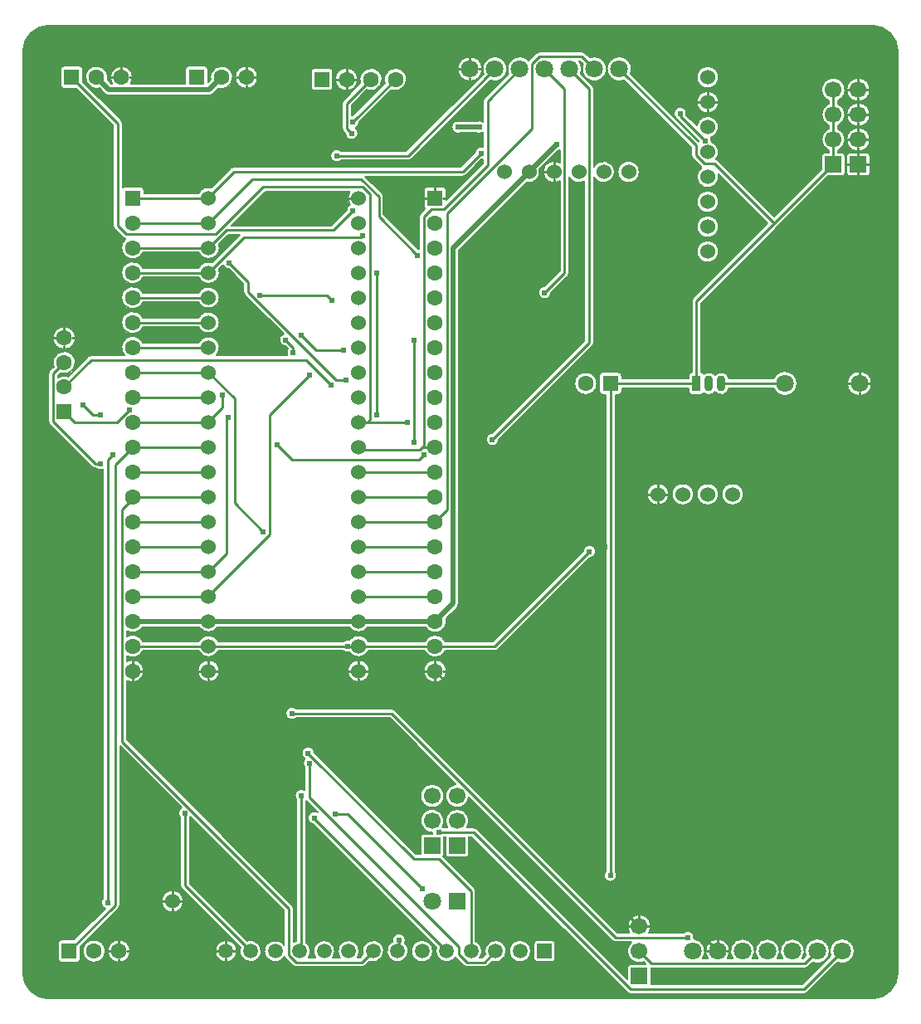
<source format=gbl>
G04 Layer: BottomLayer*
G04 EasyEDA Pro v2.2.40.8, 2025-08-04 00:28:17*
G04 Gerber Generator version 0.3*
G04 Scale: 100 percent, Rotated: No, Reflected: No*
G04 Dimensions in millimeters*
G04 Leading zeros omitted, absolute positions, 4 integers and 5 decimals*
G04 Generated by one-click*
%FSLAX45Y45*%
%MOMM*%
%ADD10C,0.2032*%
%ADD11C,0.254*%
%ADD12C,1.524*%
%ADD13C,1.6*%
%ADD14R,1.6X1.524*%
%ADD15R,1.6055X1.6*%
%ADD16R,1.6X1.6*%
%ADD17R,1.524X1.6*%
%ADD18C,1.5*%
%ADD19R,1.5X1.5*%
%ADD20R,1.7X1.7*%
%ADD21C,1.7*%
%ADD22C,1.8*%
%ADD23R,1.8X1.8*%
%ADD24R,0.9X1.6*%
%ADD25O,0.9X1.6*%
%ADD26C,0.61*%
%ADD27C,0.5*%
G75*


G04 Copper Start*
G36*
G01X-4436391Y4628899D02*
G01X-4434465Y4660743D01*
G01X-4428714Y4692123D01*
G01X-4419223Y4722580D01*
G01X-4406130Y4751672D01*
G01X-4389626Y4778974D01*
G01X-4369951Y4804087D01*
G01X-4347393Y4826645D01*
G01X-4322280Y4846320D01*
G01X-4294979Y4862824D01*
G01X-4265887Y4875917D01*
G01X-4235429Y4885408D01*
G01X-4204049Y4891159D01*
G01X-4172205Y4893085D01*
G01X4227795Y4893085D01*
G01X4259639Y4891159D01*
G01X4291019Y4885408D01*
G01X4321477Y4875917D01*
G01X4350568Y4862824D01*
G01X4377870Y4846320D01*
G01X4402983Y4826645D01*
G01X4425541Y4804087D01*
G01X4445216Y4778974D01*
G01X4461720Y4751672D01*
G01X4474813Y4722580D01*
G01X4484304Y4692123D01*
G01X4490055Y4660743D01*
G01X4491981Y4628899D01*
G01X4491981Y-4771101D01*
G01X4490055Y-4802946D01*
G01X4484304Y-4834325D01*
G01X4474813Y-4864783D01*
G01X4461720Y-4893875D01*
G01X4445216Y-4921176D01*
G01X4425541Y-4946289D01*
G01X4402983Y-4968847D01*
G01X4377870Y-4988522D01*
G01X4350568Y-5005026D01*
G01X4321477Y-5018120D01*
G01X4291019Y-5027611D01*
G01X4259639Y-5033361D01*
G01X4227795Y-5035287D01*
G01X-4172205Y-5035287D01*
G01X-4204049Y-5033361D01*
G01X-4235429Y-5027611D01*
G01X-4265887Y-5018120D01*
G01X-4294979Y-5005026D01*
G01X-4322280Y-4988522D01*
G01X-4347393Y-4968847D01*
G01X-4369951Y-4946289D01*
G01X-4389626Y-4921176D01*
G01X-4406130Y-4893875D01*
G01X-4419223Y-4864783D01*
G01X-4428714Y-4834325D01*
G01X-4434465Y-4802946D01*
G01X-4436391Y-4771101D01*
G01X-4436391Y1341092D01*
G01X-4177119Y1341092D01*
G01X-4177119Y855441D01*
G01X-4175466Y842884D01*
G01X-4170619Y831184D01*
G01X-4162909Y821136D01*
G01X-3731109Y389336D01*
G01X-3721062Y381626D01*
G01X-3709361Y376780D01*
G01X-3696805Y375127D01*
G01X-3691215Y375127D01*
G01X-3678742Y365971D01*
G01X-3664488Y359955D01*
G01X-3649227Y357405D01*
G01X-3633791Y358461D01*
G01X-3619019Y363066D01*
G01X-3619019Y-4009891D01*
G01X-3619019Y-4009891D01*
G01X-3628273Y-4022536D01*
G01X-3634301Y-4037000D01*
G01X-3636767Y-4052474D01*
G01X-3635534Y-4068095D01*
G01X-3630670Y-4082990D01*
G01X-3622447Y-4096328D01*
G01X-3611323Y-4107364D01*
G01X-3597921Y-4115483D01*
G01X-3917000Y-4434562D01*
G01X-4044205Y-4434562D01*
G01X-4055272Y-4436315D01*
G01X-4065256Y-4441402D01*
G01X-4073179Y-4449325D01*
G01X-4078266Y-4459309D01*
G01X-4080019Y-4470376D01*
G01X-4080019Y-4630376D01*
G01X-4078266Y-4641443D01*
G01X-4073179Y-4651427D01*
G01X-4065256Y-4659350D01*
G01X-4055272Y-4664437D01*
G01X-4044205Y-4666190D01*
G01X-3884205Y-4666190D01*
G01X-3873138Y-4664437D01*
G01X-3863154Y-4659350D01*
G01X-3855231Y-4651427D01*
G01X-3850144Y-4641443D01*
G01X-3848391Y-4630376D01*
G01X-3848391Y-4550401D01*
G01X-3826019Y-4550401D01*
G01X-3824047Y-4571682D01*
G01X-3818198Y-4592238D01*
G01X-3808672Y-4611369D01*
G01X-3795793Y-4628425D01*
G01X-3779999Y-4642823D01*
G01X-3761828Y-4654074D01*
G01X-3741899Y-4661794D01*
G01X-3720891Y-4665721D01*
G01X-3699519Y-4665721D01*
G01X-3678511Y-4661794D01*
G01X-3658583Y-4654074D01*
G01X-3640412Y-4642823D01*
G01X-3624618Y-4628425D01*
G01X-3611738Y-4611369D01*
G01X-3602212Y-4592238D01*
G01X-3596363Y-4571682D01*
G01X-3594391Y-4550401D01*
G01X-3572019Y-4550401D01*
G01X-3570047Y-4571682D01*
G01X-3564198Y-4592238D01*
G01X-3554672Y-4611369D01*
G01X-3541793Y-4628425D01*
G01X-3525999Y-4642823D01*
G01X-3507828Y-4654074D01*
G01X-3487899Y-4661794D01*
G01X-3466891Y-4665721D01*
G01X-3445519Y-4665721D01*
G01X-3424511Y-4661794D01*
G01X-3404583Y-4654074D01*
G01X-3386412Y-4642823D01*
G01X-3370618Y-4628425D01*
G01X-3357738Y-4611369D01*
G01X-3348212Y-4592238D01*
G01X-3342363Y-4571682D01*
G01X-3340391Y-4550401D01*
G01X-2474222Y-4550401D01*
G01X-2472335Y-4570763D01*
G01X-2466739Y-4590432D01*
G01X-2457624Y-4608737D01*
G01X-2445301Y-4625056D01*
G01X-2430189Y-4638833D01*
G01X-2412802Y-4649598D01*
G01X-2393734Y-4656985D01*
G01X-2373633Y-4660742D01*
G01X-2353184Y-4660742D01*
G01X-2333083Y-4656985D01*
G01X-2314014Y-4649598D01*
G01X-2296628Y-4638833D01*
G01X-2281516Y-4625056D01*
G01X-2269192Y-4608737D01*
G01X-2260077Y-4590432D01*
G01X-2254481Y-4570763D01*
G01X-2252594Y-4550401D01*
G01X-2252594Y-4550401D01*
G01X-2254481Y-4530039D01*
G01X-2260077Y-4510371D01*
G01X-2269192Y-4492065D01*
G01X-2281516Y-4475747D01*
G01X-2296628Y-4461970D01*
G01X-2314014Y-4451205D01*
G01X-2333083Y-4443818D01*
G01X-2353184Y-4440060D01*
G01X-2373633Y-4440060D01*
G01X-2393734Y-4443818D01*
G01X-2412802Y-4451205D01*
G01X-2430189Y-4461970D01*
G01X-2445301Y-4475747D01*
G01X-2457624Y-4492065D01*
G01X-2466739Y-4510371D01*
G01X-2472335Y-4530039D01*
G01X-2474222Y-4550401D01*
G01X-3340391Y-4550401D01*
G01X-3342363Y-4529121D01*
G01X-3348212Y-4508565D01*
G01X-3357738Y-4489433D01*
G01X-3370618Y-4472378D01*
G01X-3386412Y-4457980D01*
G01X-3404583Y-4446729D01*
G01X-3424511Y-4439009D01*
G01X-3445519Y-4435082D01*
G01X-3466891Y-4435082D01*
G01X-3487899Y-4439009D01*
G01X-3507828Y-4446729D01*
G01X-3525999Y-4457980D01*
G01X-3541793Y-4472378D01*
G01X-3554672Y-4489433D01*
G01X-3564198Y-4508565D01*
G01X-3570047Y-4529121D01*
G01X-3572019Y-4550401D01*
G01X-3572019Y-4550401D01*
G01X-3594391Y-4550401D01*
G01X-3596363Y-4529121D01*
G01X-3602212Y-4508565D01*
G01X-3611738Y-4489433D01*
G01X-3624618Y-4472378D01*
G01X-3640412Y-4457980D01*
G01X-3658583Y-4446729D01*
G01X-3678511Y-4439009D01*
G01X-3699519Y-4435082D01*
G01X-3720891Y-4435082D01*
G01X-3741899Y-4439009D01*
G01X-3761828Y-4446729D01*
G01X-3779999Y-4457980D01*
G01X-3795793Y-4472378D01*
G01X-3808672Y-4489433D01*
G01X-3818198Y-4508565D01*
G01X-3824047Y-4529121D01*
G01X-3826019Y-4550401D01*
G01X-3826019Y-4550401D01*
G01X-3848391Y-4550401D01*
G01X-3848391Y-4503171D01*
G01X-3460001Y-4114780D01*
G01X-3452291Y-4104733D01*
G01X-3447444Y-4093032D01*
G01X-3445791Y-4080476D01*
G01X-3445791Y-4042401D01*
G01X-3022119Y-4042401D01*
G01X-3020212Y-4062984D01*
G01X-3014555Y-4082865D01*
G01X-3005341Y-4101369D01*
G01X-2992885Y-4117865D01*
G01X-2977609Y-4131790D01*
G01X-2960034Y-4142672D01*
G01X-2940759Y-4150139D01*
G01X-2920441Y-4153937D01*
G01X-2899770Y-4153937D01*
G01X-2879451Y-4150139D01*
G01X-2860176Y-4142672D01*
G01X-2842602Y-4131790D01*
G01X-2827326Y-4117865D01*
G01X-2814869Y-4101369D01*
G01X-2805655Y-4082865D01*
G01X-2799998Y-4062984D01*
G01X-2798091Y-4042401D01*
G01X-2799998Y-4021819D01*
G01X-2805655Y-4001937D01*
G01X-2814869Y-3983434D01*
G01X-2827326Y-3966938D01*
G01X-2842602Y-3953012D01*
G01X-2860176Y-3942130D01*
G01X-2879451Y-3934663D01*
G01X-2899770Y-3930865D01*
G01X-2920441Y-3930865D01*
G01X-2940759Y-3934663D01*
G01X-2960034Y-3942130D01*
G01X-2977609Y-3953012D01*
G01X-2992885Y-3966938D01*
G01X-3005341Y-3983434D01*
G01X-3014555Y-4001937D01*
G01X-3020212Y-4021819D01*
G01X-3022119Y-4042401D01*
G01X-3022119Y-4042401D01*
G01X-3445791Y-4042401D01*
G01X-3445791Y-2459139D01*
G01X-2819598Y-3085332D01*
G01X-2830677Y-3094500D01*
G01X-2839518Y-3105842D01*
G01X-2845706Y-3118822D01*
G01X-2848951Y-3132832D01*
G01X-2849099Y-3147211D01*
G01X-2846144Y-3161285D01*
G01X-2840225Y-3174390D01*
G01X-2831619Y-3185911D01*
G01X-2831619Y-3880692D01*
G01X-2829966Y-3893249D01*
G01X-2825120Y-3904949D01*
G01X-2817410Y-3914997D01*
G01X-2218150Y-4514257D01*
G01X-2222915Y-4533511D01*
G01X-2224172Y-4553305D01*
G01X-2221880Y-4573007D01*
G01X-2216112Y-4591984D01*
G01X-2207054Y-4609630D01*
G01X-2194995Y-4625377D01*
G01X-2180321Y-4638723D01*
G01X-2163504Y-4649239D01*
G01X-2145081Y-4656589D01*
G01X-2125644Y-4660536D01*
G01X-2105814Y-4660955D01*
G01X-2086226Y-4657833D01*
G01X-2067510Y-4651268D01*
G01X-2050263Y-4641472D01*
G01X-2035039Y-4628759D01*
G01X-2022325Y-4613534D01*
G01X-2012529Y-4596288D01*
G01X-2005965Y-4577571D01*
G01X-2002842Y-4557984D01*
G01X-2003261Y-4538154D01*
G01X-2007209Y-4518716D01*
G01X-2014558Y-4500293D01*
G01X-2025074Y-4483476D01*
G01X-2038420Y-4468803D01*
G01X-2054168Y-4456744D01*
G01X-2071813Y-4447685D01*
G01X-2090790Y-4441918D01*
G01X-2110492Y-4439626D01*
G01X-2130287Y-4440882D01*
G01X-2149540Y-4445648D01*
G01X-2734591Y-3860597D01*
G01X-2734591Y-3185911D01*
G01X-2727736Y-3177195D01*
G01X-1771169Y-4133761D01*
G01X-1771169Y-4488989D01*
G01X-1784002Y-4473108D01*
G01X-1799531Y-4459851D01*
G01X-1817229Y-4449669D01*
G01X-1836494Y-4442906D01*
G01X-1856673Y-4439792D01*
G01X-1877081Y-4440434D01*
G01X-1897025Y-4444809D01*
G01X-1915827Y-4452769D01*
G01X-1932850Y-4464043D01*
G01X-1947515Y-4478249D01*
G01X-1959325Y-4494905D01*
G01X-1967879Y-4513445D01*
G01X-1972886Y-4533239D01*
G01X-1974176Y-4553616D01*
G01X-1971706Y-4573884D01*
G01X-1965560Y-4593355D01*
G01X-1955945Y-4611367D01*
G01X-1943189Y-4627310D01*
G01X-1927724Y-4640642D01*
G01X-1910076Y-4650910D01*
G01X-1890843Y-4657766D01*
G01X-1870680Y-4660976D01*
G01X-1850269Y-4660433D01*
G01X-1830304Y-4656155D01*
G01X-1811464Y-4648286D01*
G01X-1794387Y-4637094D01*
G01X-1779653Y-4622959D01*
G01X-1767762Y-4606360D01*
G01X-1763204Y-4615136D01*
G01X-1756960Y-4622806D01*
G01X-1680760Y-4699006D01*
G01X-1670712Y-4706716D01*
G01X-1659012Y-4711562D01*
G01X-1646455Y-4713215D01*
G01X-977711Y-4713215D01*
G01X-965155Y-4711562D01*
G01X-953454Y-4706716D01*
G01X-943407Y-4699006D01*
G01X-899556Y-4655155D01*
G01X-880302Y-4659920D01*
G01X-860507Y-4661177D01*
G01X-840806Y-4658885D01*
G01X-821828Y-4653117D01*
G01X-804183Y-4644059D01*
G01X-788435Y-4632000D01*
G01X-775090Y-4617327D01*
G01X-764574Y-4600509D01*
G01X-757224Y-4582087D01*
G01X-753276Y-4562649D01*
G01X-752988Y-4548994D01*
G01X-724204Y-4548994D01*
G01X-722629Y-4569068D01*
G01X-717449Y-4588525D01*
G01X-708832Y-4606724D01*
G01X-697065Y-4623063D01*
G01X-682536Y-4637003D01*
G01X-665723Y-4648084D01*
G01X-647184Y-4655939D01*
G01X-627529Y-4660311D01*
G01X-627529Y-4660311D01*
G01X-607407Y-4661053D01*
G01X-587483Y-4658142D01*
G01X-568415Y-4651674D01*
G01X-550832Y-4641862D01*
G01X-535315Y-4629030D01*
G01X-522375Y-4613603D01*
G01X-512442Y-4596088D01*
G01X-505841Y-4577066D01*
G01X-502792Y-4557162D01*
G01X-502994Y-4550401D01*
G01X-474226Y-4550401D01*
G01X-472339Y-4570763D01*
G01X-466743Y-4590432D01*
G01X-457628Y-4608737D01*
G01X-445305Y-4625056D01*
G01X-430193Y-4638833D01*
G01X-412806Y-4649598D01*
G01X-393738Y-4656985D01*
G01X-373637Y-4660742D01*
G01X-353188Y-4660742D01*
G01X-333087Y-4656985D01*
G01X-314018Y-4649598D01*
G01X-296632Y-4638833D01*
G01X-281520Y-4625056D01*
G01X-269196Y-4608737D01*
G01X-260081Y-4590432D01*
G01X-254485Y-4570763D01*
G01X-252598Y-4550401D01*
G01X-252598Y-4550401D01*
G01X-254485Y-4530039D01*
G01X-260081Y-4510371D01*
G01X-269196Y-4492065D01*
G01X-281520Y-4475747D01*
G01X-296632Y-4461970D01*
G01X-314018Y-4451205D01*
G01X-333087Y-4443818D01*
G01X-353188Y-4440060D01*
G01X-373637Y-4440060D01*
G01X-393738Y-4443818D01*
G01X-412806Y-4451205D01*
G01X-430193Y-4461970D01*
G01X-445305Y-4475747D01*
G01X-457628Y-4492065D01*
G01X-466743Y-4510371D01*
G01X-472339Y-4530039D01*
G01X-474226Y-4550401D01*
G01X-502994Y-4550401D01*
G01X-503394Y-4537036D01*
G01X-507629Y-4517351D01*
G01X-515355Y-4498757D01*
G01X-526319Y-4481868D01*
G01X-540158Y-4467242D01*
G01X-534410Y-4452338D01*
G01X-532392Y-4436492D01*
G01X-534223Y-4420623D01*
G01X-539795Y-4405652D01*
G01X-548785Y-4392448D01*
G01X-560673Y-4381777D01*
G01X-574767Y-4374259D01*
G01X-590250Y-4370329D01*
G01X-606223Y-4370215D01*
G01X-621761Y-4373924D01*
G01X-635961Y-4381242D01*
G01X-647998Y-4391742D01*
G01X-657176Y-4404817D01*
G01X-662961Y-4419707D01*
G01X-665017Y-4435548D01*
G01X-663225Y-4451421D01*
G01X-680314Y-4462071D01*
G01X-695192Y-4475638D01*
G01X-707371Y-4491673D01*
G01X-716447Y-4509647D01*
G01X-722120Y-4528967D01*
G01X-724204Y-4548994D01*
G01X-752988Y-4548994D01*
G01X-752857Y-4542819D01*
G01X-755980Y-4523232D01*
G01X-762544Y-4504515D01*
G01X-772340Y-4487268D01*
G01X-785054Y-4472044D01*
G01X-800278Y-4459330D01*
G01X-817525Y-4449534D01*
G01X-836242Y-4442970D01*
G01X-855829Y-4439847D01*
G01X-875659Y-4440266D01*
G01X-895097Y-4444214D01*
G01X-913519Y-4451564D01*
G01X-930337Y-4462080D01*
G01X-945010Y-4475425D01*
G01X-957069Y-4491173D01*
G01X-966127Y-4508818D01*
G01X-971895Y-4527796D01*
G01X-974187Y-4547497D01*
G01X-972930Y-4567292D01*
G01X-968165Y-4586546D01*
G01X-997806Y-4616187D01*
G01X-1024225Y-4616187D01*
G01X-1013700Y-4598775D01*
G01X-1006536Y-4579731D01*
G01X-1002975Y-4559699D01*
G01X-1003136Y-4539353D01*
G01X-1007015Y-4519380D01*
G01X-1014480Y-4500453D01*
G01X-1025279Y-4483209D01*
G01X-1039049Y-4468231D01*
G01X-1055326Y-4456023D01*
G01X-1073560Y-4446996D01*
G01X-1093138Y-4441455D01*
G01X-1113398Y-4439587D01*
G01X-1133658Y-4441455D01*
G01X-1153236Y-4446996D01*
G01X-1171470Y-4456023D01*
G01X-1187747Y-4468231D01*
G01X-1201517Y-4483209D01*
G01X-1212317Y-4500453D01*
G01X-1219781Y-4519380D01*
G01X-1223660Y-4539353D01*
G01X-1223821Y-4559699D01*
G01X-1220260Y-4579731D01*
G01X-1213096Y-4598775D01*
G01X-1202572Y-4616187D01*
G01X-1274237Y-4616187D01*
G01X-1263712Y-4598775D01*
G01X-1256548Y-4579731D01*
G01X-1252987Y-4559699D01*
G01X-1253149Y-4539353D01*
G01X-1257027Y-4519380D01*
G01X-1264492Y-4500453D01*
G01X-1275291Y-4483209D01*
G01X-1289062Y-4468231D01*
G01X-1305338Y-4456023D01*
G01X-1323573Y-4446996D01*
G01X-1343150Y-4441455D01*
G01X-1363410Y-4439587D01*
G01X-1383671Y-4441455D01*
G01X-1403248Y-4446996D01*
G01X-1421482Y-4456023D01*
G01X-1437759Y-4468231D01*
G01X-1451529Y-4483209D01*
G01X-1462329Y-4500453D01*
G01X-1469794Y-4519380D01*
G01X-1473672Y-4539353D01*
G01X-1473833Y-4559699D01*
G01X-1470272Y-4579731D01*
G01X-1463108Y-4598775D01*
G01X-1452584Y-4616187D01*
G01X-1524224Y-4616187D01*
G01X-1515037Y-4601441D01*
G01X-1508268Y-4585439D01*
G01X-1504084Y-4568577D01*
G01X-1502587Y-4551267D01*
G01X-1503813Y-4533937D01*
G01X-1507734Y-4517011D01*
G01X-1514251Y-4500905D01*
G01X-1523206Y-4486017D01*
G01X-1534378Y-4472711D01*
G01X-1547493Y-4461315D01*
G01X-1547599Y-3015012D01*
G01X-1547410Y-3015202D01*
G01X-1427646Y-3134965D01*
G01X-1440674Y-3128814D01*
G01X-1454724Y-3125622D01*
G01X-1469131Y-3125539D01*
G01X-1483216Y-3128571D01*
G01X-1496314Y-3134572D01*
G01X-1507807Y-3143261D01*
G01X-1517152Y-3154227D01*
G01X-1523908Y-3166952D01*
G01X-1527756Y-3180836D01*
G01X-1528515Y-3195223D01*
G01X-1526148Y-3209435D01*
G01X-1520768Y-3222800D01*
G01X-1512629Y-3234688D01*
G01X-1502113Y-3244538D01*
G01X-1489719Y-3251884D01*
G01X-1476031Y-3256379D01*
G01X-218154Y-4514257D01*
G01X-222900Y-4533390D01*
G01X-224182Y-4553062D01*
G01X-221958Y-4572649D01*
G01X-216298Y-4591532D01*
G01X-207382Y-4609114D01*
G01X-195492Y-4624837D01*
G01X-181004Y-4638205D01*
G01X-164376Y-4648794D01*
G01X-146135Y-4656270D01*
G01X-126859Y-4660395D01*
G01X-107156Y-4661039D01*
G01X-87651Y-4658182D01*
G01X-68961Y-4651914D01*
G01X-51677Y-4642434D01*
G01X-36346Y-4630041D01*
G01X-23454Y-4615128D01*
G01X-20766Y-4618045D01*
G01X60194Y-4699006D01*
G01X70242Y-4706716D01*
G01X81943Y-4711562D01*
G01X94499Y-4713215D01*
G01X272299Y-4713215D01*
G01X284855Y-4711562D01*
G01X296556Y-4706716D01*
G01X306604Y-4699006D01*
G01X350455Y-4655155D01*
G01X369708Y-4659920D01*
G01X389503Y-4661177D01*
G01X409205Y-4658885D01*
G01X428182Y-4653117D01*
G01X445827Y-4644059D01*
G01X461575Y-4632000D01*
G01X474921Y-4617327D01*
G01X485437Y-4600509D01*
G01X492786Y-4582087D01*
G01X496734Y-4562649D01*
G01X496993Y-4550401D01*
G01X525772Y-4550401D01*
G01X527659Y-4570763D01*
G01X533255Y-4590432D01*
G01X542370Y-4608737D01*
G01X554693Y-4625056D01*
G01X569805Y-4638833D01*
G01X587192Y-4649598D01*
G01X606260Y-4656985D01*
G01X626361Y-4660742D01*
G01X646810Y-4660742D01*
G01X666911Y-4656985D01*
G01X685980Y-4649598D01*
G01X703366Y-4638833D01*
G01X718100Y-4625401D01*
G01X775784Y-4625401D01*
G01X777537Y-4636468D01*
G01X782624Y-4646452D01*
G01X790547Y-4654375D01*
G01X800531Y-4659462D01*
G01X811598Y-4661215D01*
G01X961598Y-4661215D01*
G01X972665Y-4659462D01*
G01X982649Y-4654375D01*
G01X990572Y-4646452D01*
G01X995659Y-4636468D01*
G01X997412Y-4625401D01*
G01X997412Y-4475401D01*
G01X995659Y-4464334D01*
G01X990572Y-4454351D01*
G01X982649Y-4446427D01*
G01X972665Y-4441340D01*
G01X961598Y-4439587D01*
G01X811598Y-4439587D01*
G01X811598Y-4439587D01*
G01X800531Y-4441340D01*
G01X790547Y-4446427D01*
G01X782624Y-4454351D01*
G01X777537Y-4464334D01*
G01X775784Y-4475401D01*
G01X775784Y-4625401D01*
G01X718100Y-4625401D01*
G01X718478Y-4625056D01*
G01X730802Y-4608737D01*
G01X739917Y-4590432D01*
G01X745513Y-4570763D01*
G01X747400Y-4550401D01*
G01X747400Y-4550401D01*
G01X745513Y-4530039D01*
G01X739917Y-4510371D01*
G01X730802Y-4492065D01*
G01X718478Y-4475747D01*
G01X703366Y-4461970D01*
G01X685980Y-4451205D01*
G01X666911Y-4443818D01*
G01X646810Y-4440060D01*
G01X626361Y-4440060D01*
G01X606260Y-4443818D01*
G01X587192Y-4451205D01*
G01X569805Y-4461970D01*
G01X554693Y-4475747D01*
G01X542370Y-4492065D01*
G01X533255Y-4510371D01*
G01X527659Y-4530039D01*
G01X525772Y-4550401D01*
G01X496993Y-4550401D01*
G01X497153Y-4542819D01*
G01X494030Y-4523232D01*
G01X487466Y-4504515D01*
G01X477670Y-4487268D01*
G01X464956Y-4472044D01*
G01X449732Y-4459330D01*
G01X432485Y-4449534D01*
G01X413769Y-4442970D01*
G01X394181Y-4439847D01*
G01X374351Y-4440266D01*
G01X354914Y-4444214D01*
G01X336491Y-4451564D01*
G01X319674Y-4462080D01*
G01X305000Y-4475425D01*
G01X292941Y-4491173D01*
G01X283883Y-4508818D01*
G01X278115Y-4527796D01*
G01X275823Y-4547497D01*
G01X277080Y-4567292D01*
G01X281845Y-4586546D01*
G01X252204Y-4616187D01*
G01X225760Y-4616187D01*
G01X235868Y-4599624D01*
G01X242932Y-4581552D01*
G01X246735Y-4562525D01*
G01X247162Y-4543126D01*
G01X244197Y-4523950D01*
G01X237934Y-4505586D01*
G01X228563Y-4488595D01*
G01X216372Y-4473499D01*
G01X201735Y-4460761D01*
G01X185101Y-4450771D01*
G01X185101Y-3939493D01*
G01X183448Y-3926937D01*
G01X178601Y-3915236D01*
G01X170891Y-3905189D01*
G01X-148929Y-3585369D01*
G01X-143267Y-3577962D01*
G01X-139709Y-3569345D01*
G01X-138495Y-3560101D01*
G01X-138495Y-3390101D01*
G01X-138637Y-3386913D01*
G01X-125977Y-3386913D01*
G01X-126119Y-3390101D01*
G01X-126119Y-3560101D01*
G01X-124366Y-3571168D01*
G01X-119279Y-3581152D01*
G01X-111356Y-3589075D01*
G01X-101372Y-3594162D01*
G01X-90305Y-3595915D01*
G01X79695Y-3595915D01*
G01X90762Y-3594162D01*
G01X100745Y-3589075D01*
G01X108669Y-3581152D01*
G01X113756Y-3571168D01*
G01X115509Y-3560101D01*
G01X115509Y-3390101D01*
G01X115366Y-3386913D01*
G01X142694Y-3386913D01*
G01X1728684Y-4972904D01*
G01X1738732Y-4980614D01*
G01X1750433Y-4985460D01*
G01X1762989Y-4987113D01*
G01X3534297Y-4987113D01*
G01X3546853Y-4985460D01*
G01X3558554Y-4980614D01*
G01X3568602Y-4972904D01*
G01X3874716Y-4666790D01*
G01X3895293Y-4673239D01*
G01X3916669Y-4676080D01*
G01X3938216Y-4675229D01*
G01X3959302Y-4670711D01*
G01X3979306Y-4662658D01*
G01X3997642Y-4651308D01*
G01X4013769Y-4636993D01*
G01X4027216Y-4620134D01*
G01X4037585Y-4601227D01*
G01X4044574Y-4580827D01*
G01X4047977Y-4559533D01*
G01X4047693Y-4537970D01*
G01X4043731Y-4516773D01*
G01X4036208Y-4496564D01*
G01X4025344Y-4477936D01*
G01X4011459Y-4461438D01*
G01X3994960Y-4447552D01*
G01X3976332Y-4436688D01*
G01X3956123Y-4429165D01*
G01X3934926Y-4425203D01*
G01X3913363Y-4424919D01*
G01X3892069Y-4428322D01*
G01X3871669Y-4435311D01*
G01X3852762Y-4445681D01*
G01X3835903Y-4459127D01*
G01X3821588Y-4475255D01*
G01X3810238Y-4493590D01*
G01X3802185Y-4513594D01*
G01X3797667Y-4534680D01*
G01X3796816Y-4556227D01*
G01X3799657Y-4577603D01*
G01X3806106Y-4598181D01*
G01X3514202Y-4890085D01*
G01X1973202Y-4890085D01*
G01X1973209Y-4889401D01*
G01X1973209Y-4725519D01*
G01X1979395Y-4725915D01*
G01X3541495Y-4725915D01*
G01X3554051Y-4724262D01*
G01X3565752Y-4719416D01*
G01X3575799Y-4711706D01*
G01X3620716Y-4666790D01*
G01X3641293Y-4673239D01*
G01X3662669Y-4676080D01*
G01X3684216Y-4675229D01*
G01X3705302Y-4670711D01*
G01X3725306Y-4662658D01*
G01X3743642Y-4651308D01*
G01X3759769Y-4636993D01*
G01X3773216Y-4620134D01*
G01X3783585Y-4601227D01*
G01X3790574Y-4580827D01*
G01X3793977Y-4559533D01*
G01X3793693Y-4537970D01*
G01X3789731Y-4516773D01*
G01X3782208Y-4496564D01*
G01X3771344Y-4477936D01*
G01X3757459Y-4461438D01*
G01X3740960Y-4447552D01*
G01X3722332Y-4436688D01*
G01X3702123Y-4429165D01*
G01X3680926Y-4425203D01*
G01X3659363Y-4424919D01*
G01X3638069Y-4428322D01*
G01X3617669Y-4435311D01*
G01X3598762Y-4445681D01*
G01X3581903Y-4459127D01*
G01X3567588Y-4475255D01*
G01X3556238Y-4493590D01*
G01X3548185Y-4513594D01*
G01X3543667Y-4534680D01*
G01X3542816Y-4556227D01*
G01X3545657Y-4577603D01*
G01X3552106Y-4598181D01*
G01X3521400Y-4628887D01*
G01X3512826Y-4628887D01*
G01X3524848Y-4610828D01*
G01X3533588Y-4590972D01*
G01X3538787Y-4569910D01*
G01X3540291Y-4548267D01*
G01X3538054Y-4526688D01*
G01X3532143Y-4505814D01*
G01X3522734Y-4486266D01*
G01X3510107Y-4468625D01*
G01X3494637Y-4453415D01*
G01X3476785Y-4441089D01*
G01X3457080Y-4432014D01*
G01X3436109Y-4426458D01*
G01X3414495Y-4424587D01*
G01X3392881Y-4426458D01*
G01X3371910Y-4432014D01*
G01X3352205Y-4441089D01*
G01X3334352Y-4453415D01*
G01X3318882Y-4468625D01*
G01X3306255Y-4486266D01*
G01X3296847Y-4505814D01*
G01X3290936Y-4526688D01*
G01X3288699Y-4548267D01*
G01X3290203Y-4569910D01*
G01X3295402Y-4590972D01*
G01X3304142Y-4610828D01*
G01X3316163Y-4628887D01*
G01X3258826Y-4628887D01*
G01X3270848Y-4610828D01*
G01X3279588Y-4590972D01*
G01X3284787Y-4569910D01*
G01X3286291Y-4548267D01*
G01X3284054Y-4526688D01*
G01X3278143Y-4505814D01*
G01X3268734Y-4486266D01*
G01X3256107Y-4468625D01*
G01X3240637Y-4453415D01*
G01X3222785Y-4441089D01*
G01X3203080Y-4432014D01*
G01X3182109Y-4426458D01*
G01X3160495Y-4424587D01*
G01X3138881Y-4426458D01*
G01X3117910Y-4432014D01*
G01X3098205Y-4441089D01*
G01X3080352Y-4453415D01*
G01X3064882Y-4468625D01*
G01X3052255Y-4486266D01*
G01X3042847Y-4505814D01*
G01X3036936Y-4526688D01*
G01X3034699Y-4548267D01*
G01X3036203Y-4569910D01*
G01X3041402Y-4590972D01*
G01X3050142Y-4610828D01*
G01X3062163Y-4628887D01*
G01X3004826Y-4628887D01*
G01X3016848Y-4610828D01*
G01X3025588Y-4590972D01*
G01X3030787Y-4569910D01*
G01X3032291Y-4548267D01*
G01X3030054Y-4526688D01*
G01X3024143Y-4505814D01*
G01X3014734Y-4486266D01*
G01X3002107Y-4468625D01*
G01X2986637Y-4453415D01*
G01X2968785Y-4441089D01*
G01X2949080Y-4432014D01*
G01X2928109Y-4426458D01*
G01X2906495Y-4424587D01*
G01X2884881Y-4426458D01*
G01X2863910Y-4432014D01*
G01X2844205Y-4441089D01*
G01X2826352Y-4453415D01*
G01X2810882Y-4468625D01*
G01X2798255Y-4486266D01*
G01X2788847Y-4505814D01*
G01X2782936Y-4526688D01*
G01X2780699Y-4548267D01*
G01X2782203Y-4569910D01*
G01X2787402Y-4590972D01*
G01X2796142Y-4610828D01*
G01X2808163Y-4628887D01*
G01X2750826Y-4628887D01*
G01X2762848Y-4610828D01*
G01X2771588Y-4590972D01*
G01X2776787Y-4569910D01*
G01X2778291Y-4548267D01*
G01X2776054Y-4526688D01*
G01X2770143Y-4505814D01*
G01X2760734Y-4486266D01*
G01X2748107Y-4468625D01*
G01X2732637Y-4453415D01*
G01X2714785Y-4441089D01*
G01X2695080Y-4432014D01*
G01X2674109Y-4426458D01*
G01X2652495Y-4424587D01*
G01X2630881Y-4426458D01*
G01X2609910Y-4432014D01*
G01X2590205Y-4441089D01*
G01X2572352Y-4453415D01*
G01X2556882Y-4468625D01*
G01X2544255Y-4486266D01*
G01X2534847Y-4505814D01*
G01X2528936Y-4526688D01*
G01X2526699Y-4548267D01*
G01X2528203Y-4569910D01*
G01X2533402Y-4590972D01*
G01X2542142Y-4610828D01*
G01X2554163Y-4628887D01*
G01X2496826Y-4628887D01*
G01X2509159Y-4610256D01*
G01X2518002Y-4589736D01*
G01X2523075Y-4567976D01*
G01X2524219Y-4545662D01*
G01X2521398Y-4523497D01*
G01X2514701Y-4502181D01*
G01X2504339Y-4482386D01*
G01X2490638Y-4464735D01*
G01X2474032Y-4449787D01*
G01X2455043Y-4438012D01*
G01X2434270Y-4429781D01*
G01X2412370Y-4425355D01*
G01X2414005Y-4411420D01*
G01X2412672Y-4397452D01*
G01X2408430Y-4384078D01*
G01X2401469Y-4371895D01*
G01X2392100Y-4361450D01*
G01X2380744Y-4353210D01*
G01X2367908Y-4347543D01*
G01X2354168Y-4344704D01*
G01X2340137Y-4344819D01*
G01X2326445Y-4347884D01*
G01X2313704Y-4353761D01*
G01X2302485Y-4362187D01*
G01X1953727Y-4362187D01*
G01X1963815Y-4343107D01*
G01X1970348Y-4322537D01*
G01X1973116Y-4301132D01*
G01X1972031Y-4279576D01*
G01X1967129Y-4258558D01*
G01X1958564Y-4238747D01*
G01X1946611Y-4220776D01*
G01X1931652Y-4205218D01*
G01X1914163Y-4192571D01*
G01X1894702Y-4183237D01*
G01X1873892Y-4177515D01*
G01X1852395Y-4175587D01*
G01X1830898Y-4177515D01*
G01X1810088Y-4183237D01*
G01X1790627Y-4192571D01*
G01X1773138Y-4205218D01*
G01X1758178Y-4220776D01*
G01X1746226Y-4238747D01*
G01X1737661Y-4258558D01*
G01X1732758Y-4279576D01*
G01X1731674Y-4301132D01*
G01X1734442Y-4322537D01*
G01X1740974Y-4343107D01*
G01X1751063Y-4362187D01*
G01X1631190Y-4362187D01*
G01X-640601Y-2090397D01*
G01X-650648Y-2082687D01*
G01X-662349Y-2077840D01*
G01X-674905Y-2076187D01*
G01X-1645695Y-2076187D01*
G01X-1658066Y-2067089D01*
G01X-1672199Y-2061080D01*
G01X-1687334Y-2058483D01*
G01X-1702661Y-2059438D01*
G01X-1717358Y-2063892D01*
G01X-1730636Y-2071607D01*
G01X-1741783Y-2082169D01*
G01X-1750202Y-2095013D01*
G01X-1755441Y-2109448D01*
G01X-1757219Y-2124701D01*
G01X-1755441Y-2139955D01*
G01X-1750202Y-2154390D01*
G01X-1741783Y-2167233D01*
G01X-1730636Y-2177796D01*
G01X-1717358Y-2185511D01*
G01X-1702661Y-2189965D01*
G01X-1687334Y-2190919D01*
G01X-1672199Y-2188322D01*
G01X-1658066Y-2182314D01*
G01X-1645695Y-2173215D01*
G01X-695000Y-2173215D01*
G01X-20916Y-2847300D01*
G01X-41106Y-2851714D01*
G01X-60249Y-2859504D01*
G01X-77785Y-2870443D01*
G01X-93199Y-2884211D01*
G01X-106040Y-2900405D01*
G01X-115934Y-2918550D01*
G01X-122591Y-2938117D01*
G01X-125815Y-2958531D01*
G01X-125512Y-2979197D01*
G01X-121692Y-2999508D01*
G01X-114465Y-3018871D01*
G01X-104044Y-3036719D01*
G01X-90734Y-3052529D01*
G01X-74923Y-3065840D01*
G01X-57075Y-3076261D01*
G01X-37712Y-3083488D01*
G01X-17401Y-3087308D01*
G01X3265Y-3087611D01*
G01X23679Y-3084387D01*
G01X43246Y-3077730D01*
G01X61391Y-3067836D01*
G01X77585Y-3054995D01*
G01X91353Y-3039580D01*
G01X102292Y-3022045D01*
G01X110082Y-3002902D01*
G01X114496Y-2982711D01*
G01X1576790Y-4445006D01*
G01X1586838Y-4452716D01*
G01X1598538Y-4457562D01*
G01X1611095Y-4459215D01*
G01X1773141Y-4459215D01*
G01X1758484Y-4474397D01*
G01X1746692Y-4491897D01*
G01X1738124Y-4511182D01*
G01X1733043Y-4531663D01*
G01X1731603Y-4552716D01*
G01X1733849Y-4573699D01*
G01X1739711Y-4593971D01*
G01X1749011Y-4612913D01*
G01X1761465Y-4629949D01*
G01X1776694Y-4644557D01*
G01X1794232Y-4656293D01*
G01X1813545Y-4664798D01*
G01X1834042Y-4669813D01*
G01X1855100Y-4671185D01*
G01X1876075Y-4668872D01*
G01X1896328Y-4662944D01*
G01X1916972Y-4683587D01*
G01X1767395Y-4683587D01*
G01X1756328Y-4685340D01*
G01X1746344Y-4690427D01*
G01X1738421Y-4698351D01*
G01X1733334Y-4708334D01*
G01X1731581Y-4719401D01*
G01X1731581Y-4838582D01*
G01X197093Y-3304095D01*
G01X187046Y-3296385D01*
G01X175345Y-3291538D01*
G01X162789Y-3289885D01*
G01X94016Y-3289885D01*
G01X104794Y-3270841D01*
G01X111960Y-3250165D01*
G01X115280Y-3228536D01*
G01X114643Y-3206663D01*
G01X110071Y-3185263D01*
G01X101713Y-3165039D01*
G01X89845Y-3146654D01*
G01X74856Y-3130712D01*
G01X57236Y-3117735D01*
G01X37565Y-3108149D01*
G01X16487Y-3102269D01*
G01X-5305Y-3100287D01*
G01X-27098Y-3102269D01*
G01X-48176Y-3108149D01*
G01X-67847Y-3117735D01*
G01X-85466Y-3130712D01*
G01X-100456Y-3146654D01*
G01X-112324Y-3165039D01*
G01X-120681Y-3185263D01*
G01X-125253Y-3206663D01*
G01X-125890Y-3228536D01*
G01X-122571Y-3250165D01*
G01X-115405Y-3270841D01*
G01X-104627Y-3289885D01*
G01X-147601Y-3289885D01*
G01X-155787Y-3283383D01*
G01X-146515Y-3264384D01*
G01X-140697Y-3244060D01*
G01X-138511Y-3223033D01*
G01X-140023Y-3201946D01*
G01X-145189Y-3181446D01*
G01X-153848Y-3162160D01*
G01X-165737Y-3144679D01*
G01X-180491Y-3129538D01*
G01X-197659Y-3117201D01*
G01X-216714Y-3108045D01*
G01X-237074Y-3102351D01*
G01X-258114Y-3100293D01*
G01X-279191Y-3101935D01*
G01X-299659Y-3107225D01*
G01X-318892Y-3116002D01*
G01X-336300Y-3127997D01*
G01X-351351Y-3142843D01*
G01X-363583Y-3160085D01*
G01X-372623Y-3179196D01*
G01X-378192Y-3199590D01*
G01X-380122Y-3220642D01*
G01X-378352Y-3241709D01*
G01X-372938Y-3262144D01*
G01X-364044Y-3281323D01*
G01X-351943Y-3298658D01*
G01X-337005Y-3313618D01*
G01X-319689Y-3325745D01*
G01X-300523Y-3334668D01*
G01X-280096Y-3340113D01*
G01X-259032Y-3341915D01*
G01X-257194Y-3354287D01*
G01X-344309Y-3354287D01*
G01X-355376Y-3356040D01*
G01X-365360Y-3361127D01*
G01X-373283Y-3369050D01*
G01X-378370Y-3379034D01*
G01X-380123Y-3390101D01*
G01X-380123Y-3560218D01*
G01X-428079Y-3560218D01*
G01X-1021196Y-2967101D01*
G01X-380123Y-2967101D01*
G01X-378288Y-2988080D01*
G01X-372837Y-3008422D01*
G01X-363937Y-3027508D01*
G01X-351858Y-3044759D01*
G01X-336967Y-3059650D01*
G01X-319716Y-3071729D01*
G01X-300630Y-3080629D01*
G01X-280288Y-3086080D01*
G01X-259309Y-3087915D01*
G01X-259309Y-3087915D01*
G01X-238330Y-3086080D01*
G01X-217988Y-3080629D01*
G01X-198902Y-3071729D01*
G01X-181651Y-3059650D01*
G01X-166760Y-3044759D01*
G01X-154681Y-3027508D01*
G01X-145781Y-3008422D01*
G01X-140331Y-2988080D01*
G01X-138495Y-2967101D01*
G01X-140331Y-2946122D01*
G01X-145781Y-2925780D01*
G01X-154681Y-2906694D01*
G01X-166760Y-2889444D01*
G01X-181651Y-2874552D01*
G01X-198902Y-2862473D01*
G01X-217988Y-2853573D01*
G01X-238330Y-2848123D01*
G01X-259309Y-2846287D01*
G01X-280288Y-2848123D01*
G01X-300630Y-2853573D01*
G01X-319716Y-2862473D01*
G01X-336967Y-2874552D01*
G01X-351858Y-2889444D01*
G01X-363937Y-2906694D01*
G01X-372837Y-2925780D01*
G01X-378288Y-2946122D01*
G01X-380123Y-2967101D01*
G01X-1021196Y-2967101D01*
G01X-1459532Y-2528765D01*
G01X-1461784Y-2513815D01*
G01X-1467363Y-2499763D01*
G01X-1475980Y-2487340D01*
G01X-1487187Y-2477192D01*
G01X-1500401Y-2469846D01*
G01X-1514936Y-2465684D01*
G01X-1530035Y-2464922D01*
G01X-1544915Y-2467600D01*
G01X-1558801Y-2473579D01*
G01X-1570973Y-2482548D01*
G01X-1580796Y-2494040D01*
G01X-1587761Y-2507459D01*
G01X-1591506Y-2522106D01*
G01X-1591836Y-2537221D01*
G01X-1588734Y-2552018D01*
G01X-1582361Y-2565728D01*
G01X-1573048Y-2577638D01*
G01X-1561279Y-2587129D01*
G01X-1569907Y-2598479D01*
G01X-1575909Y-2611411D01*
G01X-1579008Y-2625326D01*
G01X-1579061Y-2639583D01*
G01X-1576066Y-2653521D01*
G01X-1570161Y-2666497D01*
G01X-1561619Y-2677911D01*
G01X-1561619Y-2906199D01*
G01X-1576010Y-2899674D01*
G01X-1591536Y-2896738D01*
G01X-1607315Y-2897559D01*
G01X-1622453Y-2902089D01*
G01X-1636088Y-2910072D01*
G01X-1647449Y-2921055D01*
G01X-1655888Y-2934413D01*
G01X-1660928Y-2949389D01*
G01X-1662282Y-2965132D01*
G01X-1659873Y-2980748D01*
G01X-1653838Y-2995351D01*
G01X-1644519Y-3008111D01*
G01X-1644519Y-4444048D01*
G01X-1659836Y-4449788D01*
G01X-1674141Y-4457720D01*
G01X-1674141Y-4113666D01*
G01X-1675794Y-4101109D01*
G01X-1680641Y-4089409D01*
G01X-1688351Y-4079361D01*
G01X-3375941Y-2391771D01*
G01X-3375941Y-1792301D01*
G01X-3357640Y-1801164D01*
G01X-3338070Y-1806690D01*
G01X-3317835Y-1808708D01*
G01X-3297560Y-1807155D01*
G01X-3277868Y-1802080D01*
G01X-3259368Y-1793639D01*
G01X-3242629Y-1782093D01*
G01X-3228168Y-1767797D01*
G01X-3216430Y-1751192D01*
G01X-3207777Y-1732790D01*
G01X-3202477Y-1713158D01*
G01X-3200691Y-1692901D01*
G01X-3201602Y-1682566D01*
G01X-2653341Y-1682566D01*
G01X-2653341Y-1703237D01*
G01X-2649543Y-1723555D01*
G01X-2642076Y-1742830D01*
G01X-2631194Y-1760405D01*
G01X-2617269Y-1775681D01*
G01X-2600773Y-1788138D01*
G01X-2582269Y-1797351D01*
G01X-2562388Y-1803008D01*
G01X-2541805Y-1804915D01*
G01X-2521223Y-1803008D01*
G01X-2501341Y-1797351D01*
G01X-2482837Y-1788138D01*
G01X-2466342Y-1775681D01*
G01X-2452416Y-1760405D01*
G01X-2441534Y-1742830D01*
G01X-2434067Y-1723555D01*
G01X-2430269Y-1703237D01*
G01X-2430269Y-1682566D01*
G01X-2430269Y-1682566D01*
G01X-1123341Y-1682566D01*
G01X-1123341Y-1703237D01*
G01X-1119543Y-1723555D01*
G01X-1112076Y-1742830D01*
G01X-1101194Y-1760405D01*
G01X-1087269Y-1775681D01*
G01X-1070773Y-1788138D01*
G01X-1052269Y-1797351D01*
G01X-1032388Y-1803008D01*
G01X-1011805Y-1804915D01*
G01X-991223Y-1803008D01*
G01X-971341Y-1797351D01*
G01X-952837Y-1788138D01*
G01X-936342Y-1775681D01*
G01X-922416Y-1760405D01*
G01X-911534Y-1742830D01*
G01X-904067Y-1723555D01*
G01X-900269Y-1703237D01*
G01X-900269Y-1682566D01*
G01X-900335Y-1682215D01*
G01X-345725Y-1682215D01*
G01X-345725Y-1703587D01*
G01X-341798Y-1724595D01*
G01X-334077Y-1744524D01*
G01X-322827Y-1762695D01*
G01X-308428Y-1778489D01*
G01X-291373Y-1791368D01*
G01X-272242Y-1800895D01*
G01X-251686Y-1806743D01*
G01X-230405Y-1808715D01*
G01X-209124Y-1806743D01*
G01X-188568Y-1800895D01*
G01X-169437Y-1791368D01*
G01X-152382Y-1778489D01*
G01X-137984Y-1762695D01*
G01X-126733Y-1744524D01*
G01X-119012Y-1724595D01*
G01X-115085Y-1703587D01*
G01X-115085Y-1682215D01*
G01X-119012Y-1661207D01*
G01X-126733Y-1641279D01*
G01X-137984Y-1623108D01*
G01X-152382Y-1607314D01*
G01X-169437Y-1594434D01*
G01X-188568Y-1584908D01*
G01X-209124Y-1579059D01*
G01X-230405Y-1577087D01*
G01X-230405Y-1577087D01*
G01X-251686Y-1579059D01*
G01X-272242Y-1584908D01*
G01X-291373Y-1594434D01*
G01X-308428Y-1607314D01*
G01X-322827Y-1623108D01*
G01X-334077Y-1641279D01*
G01X-341798Y-1661207D01*
G01X-345725Y-1682215D01*
G01X-900335Y-1682215D01*
G01X-904067Y-1662247D01*
G01X-911534Y-1642972D01*
G01X-922416Y-1625398D01*
G01X-936342Y-1610122D01*
G01X-952837Y-1597665D01*
G01X-971341Y-1588451D01*
G01X-991223Y-1582795D01*
G01X-1011805Y-1580887D01*
G01X-1011805Y-1580887D01*
G01X-1032388Y-1582795D01*
G01X-1052269Y-1588451D01*
G01X-1070773Y-1597665D01*
G01X-1087269Y-1610122D01*
G01X-1101194Y-1625398D01*
G01X-1112076Y-1642972D01*
G01X-1119543Y-1662247D01*
G01X-1123341Y-1682566D01*
G01X-2430269Y-1682566D01*
G01X-2434067Y-1662247D01*
G01X-2441534Y-1642972D01*
G01X-2452416Y-1625398D01*
G01X-2466342Y-1610122D01*
G01X-2482837Y-1597665D01*
G01X-2501341Y-1588451D01*
G01X-2521223Y-1582795D01*
G01X-2541805Y-1580887D01*
G01X-2541805Y-1580887D01*
G01X-2562388Y-1582795D01*
G01X-2582269Y-1588451D01*
G01X-2600773Y-1597665D01*
G01X-2617269Y-1610122D01*
G01X-2631194Y-1625398D01*
G01X-2642076Y-1642972D01*
G01X-2649543Y-1662247D01*
G01X-2653341Y-1682566D01*
G01X-3201602Y-1682566D01*
G01X-3202477Y-1672645D01*
G01X-3207777Y-1653013D01*
G01X-3216430Y-1634611D01*
G01X-3228168Y-1618006D01*
G01X-3242629Y-1603710D01*
G01X-3259368Y-1592163D01*
G01X-3277868Y-1583722D01*
G01X-3297560Y-1578648D01*
G01X-3317835Y-1577095D01*
G01X-3338070Y-1579113D01*
G01X-3357640Y-1584639D01*
G01X-3375941Y-1593502D01*
G01X-3375941Y-1538301D01*
G01X-3356492Y-1547593D01*
G01X-3335658Y-1553120D01*
G01X-3314160Y-1554691D01*
G01X-3292744Y-1552251D01*
G01X-3272151Y-1545885D01*
G01X-3253094Y-1535813D01*
G01X-3236234Y-1522384D01*
G01X-3222154Y-1506063D01*
G01X-3211342Y-1487415D01*
G01X-2642768Y-1487415D01*
G01X-2631979Y-1505353D01*
G01X-2618041Y-1520970D01*
G01X-2601441Y-1533721D01*
G01X-2582758Y-1543160D01*
G01X-2562646Y-1548960D01*
G01X-2541805Y-1550915D01*
G01X-2520965Y-1548960D01*
G01X-2500852Y-1543160D01*
G01X-2482169Y-1533721D01*
G01X-2465569Y-1520970D01*
G01X-2451631Y-1505353D01*
G01X-2440842Y-1487415D01*
G01X-1164615Y-1487415D01*
G01X-1154158Y-1495380D01*
G01X-1142335Y-1501125D01*
G01X-1129610Y-1504425D01*
G01X-1116485Y-1505151D01*
G01X-1103475Y-1503274D01*
G01X-1089731Y-1519367D01*
G01X-1073205Y-1532588D01*
G01X-1054487Y-1542465D01*
G01X-1034245Y-1548645D01*
G01X-1013202Y-1550907D01*
G01X-992110Y-1549170D01*
G01X-971720Y-1543497D01*
G01X-952762Y-1534091D01*
G01X-935911Y-1521286D01*
G01X-921770Y-1505540D01*
G01X-910842Y-1487415D01*
G01X-335568Y-1487415D01*
G01X-325504Y-1505000D01*
G01X-312530Y-1520561D01*
G01X-297043Y-1533623D01*
G01X-279516Y-1543787D01*
G01X-260486Y-1550740D01*
G01X-240535Y-1554271D01*
G01X-220275Y-1554271D01*
G01X-200324Y-1550740D01*
G01X-181295Y-1543787D01*
G01X-163768Y-1533623D01*
G01X-148280Y-1520561D01*
G01X-135306Y-1505000D01*
G01X-125242Y-1487415D01*
G01X379195Y-1487415D01*
G01X391751Y-1485762D01*
G01X403452Y-1480916D01*
G01X413499Y-1473206D01*
G01X1346731Y-539974D01*
G01X1361912Y-537660D01*
G01X1376154Y-531916D01*
G01X1388693Y-523049D01*
G01X1398856Y-511537D01*
G01X1406099Y-497995D01*
G01X1410032Y-483151D01*
G01X1410446Y-467800D01*
G01X1407317Y-452765D01*
G01X1400814Y-438853D01*
G01X1391286Y-426810D01*
G01X1379243Y-417282D01*
G01X1365331Y-410779D01*
G01X1350296Y-407650D01*
G01X1334945Y-408064D01*
G01X1320101Y-411998D01*
G01X1306559Y-419240D01*
G01X1295047Y-429403D01*
G01X1286181Y-441942D01*
G01X1280436Y-456184D01*
G01X1278122Y-471365D01*
G01X359100Y-1390387D01*
G01X-125242Y-1390387D01*
G01X-135306Y-1372803D01*
G01X-148280Y-1357241D01*
G01X-163768Y-1344179D01*
G01X-181295Y-1334016D01*
G01X-200324Y-1327062D01*
G01X-220275Y-1323531D01*
G01X-240535Y-1323531D01*
G01X-260486Y-1327062D01*
G01X-279516Y-1334016D01*
G01X-297043Y-1344179D01*
G01X-312530Y-1357241D01*
G01X-325504Y-1372803D01*
G01X-335568Y-1390387D01*
G01X-910842Y-1390387D01*
G01X-921770Y-1372263D01*
G01X-935911Y-1356517D01*
G01X-952762Y-1343712D01*
G01X-971720Y-1334305D01*
G01X-992110Y-1328632D01*
G01X-1013202Y-1326896D01*
G01X-1034245Y-1329158D01*
G01X-1054487Y-1335338D01*
G01X-1073205Y-1345214D01*
G01X-1089731Y-1358435D01*
G01X-1103475Y-1374529D01*
G01X-1116485Y-1372652D01*
G01X-1129610Y-1373377D01*
G01X-1142335Y-1376678D01*
G01X-1154158Y-1382423D01*
G01X-1164615Y-1390387D01*
G01X-2440842Y-1390387D01*
G01X-2451631Y-1372450D01*
G01X-2465569Y-1356833D01*
G01X-2482169Y-1344082D01*
G01X-2500852Y-1334642D01*
G01X-2520965Y-1328843D01*
G01X-2541805Y-1326887D01*
G01X-2562646Y-1328843D01*
G01X-2582758Y-1334642D01*
G01X-2601441Y-1344082D01*
G01X-2618041Y-1356833D01*
G01X-2631979Y-1372450D01*
G01X-2642768Y-1390387D01*
G01X-3211342Y-1390387D01*
G01X-3222154Y-1371740D01*
G01X-3236234Y-1355419D01*
G01X-3253094Y-1341990D01*
G01X-3272151Y-1331918D01*
G01X-3292744Y-1325551D01*
G01X-3314160Y-1323111D01*
G01X-3335658Y-1324682D01*
G01X-3356492Y-1330210D01*
G01X-3375941Y-1339502D01*
G01X-3375941Y-1284301D01*
G01X-3357945Y-1293047D01*
G01X-3338712Y-1298566D01*
G01X-3318816Y-1300692D01*
G01X-3298851Y-1299362D01*
G01X-3279413Y-1294615D01*
G01X-3261082Y-1286593D01*
G01X-3244406Y-1275535D01*
G01X-3229882Y-1261773D01*
G01X-3217943Y-1245715D01*
G01X-2635873Y-1245715D01*
G01X-2623370Y-1261676D01*
G01X-2608194Y-1275121D01*
G01X-2590843Y-1285611D01*
G01X-2571886Y-1292801D01*
G01X-2551943Y-1296456D01*
G01X-2531668Y-1296456D01*
G01X-2511725Y-1292801D01*
G01X-2492767Y-1285611D01*
G01X-2475416Y-1275121D01*
G01X-2460241Y-1261676D01*
G01X-2447737Y-1245715D01*
G01X-1145848Y-1245715D01*
G01X-1132097Y-1249990D01*
G01X-1117747Y-1251195D01*
G01X-1103475Y-1249274D01*
G01X-1090647Y-1264470D01*
G01X-1075334Y-1277158D01*
G01X-1058019Y-1286938D01*
G01X-1039247Y-1293502D01*
G01X-1019610Y-1296643D01*
G01X-999727Y-1296262D01*
G01X-980224Y-1292371D01*
G01X-961718Y-1285093D01*
G01X-944790Y-1274657D01*
G01X-929974Y-1261391D01*
G01X-917737Y-1245715D01*
G01X-328967Y-1245715D01*
G01X-316771Y-1262062D01*
G01X-301896Y-1276016D01*
G01X-284804Y-1287144D01*
G01X-266025Y-1295101D01*
G01X-246142Y-1299641D01*
G01X-225770Y-1300622D01*
G01X-205542Y-1298015D01*
G01X-186085Y-1291899D01*
G01X-168003Y-1282466D01*
G01X-151856Y-1270006D01*
G01X-138145Y-1254907D01*
G01X-127295Y-1237637D01*
G01X-119643Y-1218732D01*
G01X-115426Y-1198777D01*
G01X-114774Y-1178392D01*
G01X-117709Y-1158209D01*
G01X-7798Y-1048298D01*
G01X-235Y-1039083D01*
G01X5385Y-1028569D01*
G01X8845Y-1017160D01*
G01X10014Y-1005296D01*
G01X10014Y2596114D01*
G01X704181Y3290281D01*
G01X722617Y3287900D01*
G01X741194Y3288601D01*
G01X759398Y3292365D01*
G01X776730Y3299088D01*
G01X792711Y3308584D01*
G01X806901Y3320593D01*
G01X818910Y3334783D01*
G01X828406Y3350764D01*
G01X835129Y3368095D01*
G01X838893Y3386300D01*
G01X839594Y3404876D01*
G01X837213Y3423313D01*
G01X1031399Y3617499D01*
G01X1041881Y3622741D01*
G01X1041881Y3494270D01*
G01X1024185Y3503441D01*
G01X1005144Y3509331D01*
G01X985361Y3511753D01*
G01X965461Y3510630D01*
G01X946076Y3505998D01*
G01X927818Y3498005D01*
G01X911266Y3486901D01*
G01X896944Y3473040D01*
G01X885305Y3456861D01*
G01X876718Y3438874D01*
G01X871454Y3419651D01*
G01X869681Y3399799D01*
G01X871454Y3379947D01*
G01X876718Y3360723D01*
G01X885305Y3342737D01*
G01X896944Y3326557D01*
G01X911266Y3312696D01*
G01X927818Y3301593D01*
G01X946076Y3293599D01*
G01X965461Y3288967D01*
G01X985361Y3287845D01*
G01X1005144Y3290267D01*
G01X1024185Y3296156D01*
G01X1041881Y3305327D01*
G01X1041881Y2391194D01*
G01X884859Y2234172D01*
G01X869677Y2231857D01*
G01X855435Y2226113D01*
G01X842897Y2217247D01*
G01X832734Y2205734D01*
G01X825491Y2192193D01*
G01X821557Y2177348D01*
G01X821144Y2161997D01*
G01X824272Y2146963D01*
G01X830775Y2133051D01*
G01X840304Y2121008D01*
G01X852347Y2111479D01*
G01X866259Y2104976D01*
G01X881293Y2101848D01*
G01X896644Y2102261D01*
G01X911489Y2106195D01*
G01X925030Y2113437D01*
G01X936543Y2123601D01*
G01X945409Y2136139D01*
G01X951153Y2150381D01*
G01X953468Y2165562D01*
G01X1124699Y2336794D01*
G01X1132409Y2346842D01*
G01X1137256Y2358542D01*
G01X1138909Y2371099D01*
G01X1138909Y3343411D01*
G01X1150256Y3327360D01*
G01X1164235Y3313540D01*
G01X1180415Y3302376D01*
G01X1198296Y3294212D01*
G01X1217330Y3289300D01*
G01X1236929Y3287791D01*
G01X1256491Y3289732D01*
G01X1275411Y3295062D01*
G01X1293109Y3303618D01*
G01X1293109Y1677222D01*
G01X351459Y735572D01*
G01X336277Y733257D01*
G01X322035Y727513D01*
G01X309497Y718647D01*
G01X299334Y707134D01*
G01X292091Y693593D01*
G01X288157Y678748D01*
G01X287744Y663397D01*
G01X290872Y648363D01*
G01X297375Y634451D01*
G01X306904Y622408D01*
G01X318947Y612879D01*
G01X332859Y606376D01*
G01X347893Y603248D01*
G01X363244Y603661D01*
G01X378089Y607595D01*
G01X391630Y614837D01*
G01X403143Y625001D01*
G01X412009Y637539D01*
G01X417753Y651781D01*
G01X420068Y666962D01*
G01X993904Y1240799D01*
G01X1190481Y1240799D01*
G01X1192453Y1219518D01*
G01X1198302Y1198962D01*
G01X1207828Y1179831D01*
G01X1220707Y1162775D01*
G01X1236501Y1148377D01*
G01X1254672Y1137126D01*
G01X1274601Y1129406D01*
G01X1295609Y1125479D01*
G01X1316981Y1125479D01*
G01X1337989Y1129406D01*
G01X1357917Y1137126D01*
G01X1376088Y1148377D01*
G01X1391882Y1162775D01*
G01X1404762Y1179831D01*
G01X1414288Y1198962D01*
G01X1420137Y1219518D01*
G01X1422109Y1240799D01*
G01X1422109Y1240799D01*
G01X1420137Y1262079D01*
G01X1414288Y1282635D01*
G01X1404762Y1301767D01*
G01X1391882Y1318822D01*
G01X1389714Y1320799D01*
G01X1444481Y1320799D01*
G01X1444481Y1160799D01*
G01X1446234Y1149732D01*
G01X1451321Y1139748D01*
G01X1459244Y1131825D01*
G01X1469228Y1126738D01*
G01X1480295Y1124985D01*
G01X1511781Y1124985D01*
G01X1511781Y-3730513D01*
G01X1511781Y-3730513D01*
G01X1502229Y-3742531D01*
G01X1495696Y-3756423D01*
G01X1492533Y-3771445D01*
G01X1492909Y-3786792D01*
G01X1496803Y-3801641D01*
G01X1504008Y-3815197D01*
G01X1514137Y-3826733D01*
G01X1526646Y-3835631D01*
G01X1540867Y-3841414D01*
G01X1556036Y-3843772D01*
G01X1571342Y-3842579D01*
G01X1585962Y-3837899D01*
G01X1599115Y-3829982D01*
G01X1610094Y-3819252D01*
G01X1618313Y-3806286D01*
G01X1623330Y-3791777D01*
G01X1624876Y-3776504D01*
G01X1622869Y-3761284D01*
G01X1617416Y-3746934D01*
G01X1608809Y-3734222D01*
G01X1608809Y110499D01*
G01X1930881Y110499D01*
G01X1932788Y89916D01*
G01X1938445Y70035D01*
G01X1947659Y51531D01*
G01X1960115Y35035D01*
G01X1975391Y21110D01*
G01X1992966Y10228D01*
G01X2012241Y2761D01*
G01X2032559Y-1037D01*
G01X2053230Y-1037D01*
G01X2073549Y2761D01*
G01X2092824Y10228D01*
G01X2110398Y21110D01*
G01X2125674Y35035D01*
G01X2138131Y51531D01*
G01X2147345Y70035D01*
G01X2153002Y89916D01*
G01X2154909Y110499D01*
G01X2154909Y110499D01*
G01X2184881Y110499D01*
G01X2186788Y89916D01*
G01X2192445Y70035D01*
G01X2201659Y51531D01*
G01X2214115Y35035D01*
G01X2229391Y21110D01*
G01X2246966Y10228D01*
G01X2266241Y2761D01*
G01X2286559Y-1037D01*
G01X2307230Y-1037D01*
G01X2327549Y2761D01*
G01X2346824Y10228D01*
G01X2364398Y21110D01*
G01X2379674Y35035D01*
G01X2392131Y51531D01*
G01X2401345Y70035D01*
G01X2407002Y89916D01*
G01X2408909Y110499D01*
G01X2408909Y110499D01*
G01X2438881Y110499D01*
G01X2440788Y89916D01*
G01X2446445Y70035D01*
G01X2455659Y51531D01*
G01X2468115Y35035D01*
G01X2483391Y21110D01*
G01X2500966Y10228D01*
G01X2520241Y2761D01*
G01X2540559Y-1037D01*
G01X2561230Y-1037D01*
G01X2581549Y2761D01*
G01X2600824Y10228D01*
G01X2618398Y21110D01*
G01X2633674Y35035D01*
G01X2646131Y51531D01*
G01X2655345Y70035D01*
G01X2661002Y89916D01*
G01X2662909Y110499D01*
G01X2662909Y110499D01*
G01X2692881Y110499D01*
G01X2694788Y89916D01*
G01X2700445Y70035D01*
G01X2709659Y51531D01*
G01X2722115Y35035D01*
G01X2737391Y21110D01*
G01X2754966Y10228D01*
G01X2774241Y2761D01*
G01X2794559Y-1037D01*
G01X2815230Y-1037D01*
G01X2835549Y2761D01*
G01X2854824Y10228D01*
G01X2872398Y21110D01*
G01X2887674Y35035D01*
G01X2900131Y51531D01*
G01X2909345Y70035D01*
G01X2915002Y89916D01*
G01X2916909Y110499D01*
G01X2915002Y131081D01*
G01X2909345Y150963D01*
G01X2900131Y169466D01*
G01X2887674Y185962D01*
G01X2872398Y199888D01*
G01X2854824Y210770D01*
G01X2835549Y218237D01*
G01X2815230Y222035D01*
G01X2794559Y222035D01*
G01X2774241Y218237D01*
G01X2754966Y210770D01*
G01X2737391Y199888D01*
G01X2722115Y185962D01*
G01X2709659Y169466D01*
G01X2700445Y150963D01*
G01X2694788Y131081D01*
G01X2692881Y110499D01*
G01X2692881Y110499D01*
G01X2662909Y110499D01*
G01X2661002Y131081D01*
G01X2655345Y150963D01*
G01X2646131Y169466D01*
G01X2633674Y185962D01*
G01X2618398Y199888D01*
G01X2600824Y210770D01*
G01X2581549Y218237D01*
G01X2561230Y222035D01*
G01X2540559Y222035D01*
G01X2520241Y218237D01*
G01X2500966Y210770D01*
G01X2483391Y199888D01*
G01X2468115Y185962D01*
G01X2455659Y169466D01*
G01X2446445Y150963D01*
G01X2440788Y131081D01*
G01X2438881Y110499D01*
G01X2438881Y110499D01*
G01X2408909Y110499D01*
G01X2407002Y131081D01*
G01X2401345Y150963D01*
G01X2392131Y169466D01*
G01X2379674Y185962D01*
G01X2364398Y199888D01*
G01X2346824Y210770D01*
G01X2327549Y218237D01*
G01X2307230Y222035D01*
G01X2286559Y222035D01*
G01X2266241Y218237D01*
G01X2246966Y210770D01*
G01X2229391Y199888D01*
G01X2214115Y185962D01*
G01X2201659Y169466D01*
G01X2192445Y150963D01*
G01X2186788Y131081D01*
G01X2184881Y110499D01*
G01X2184881Y110499D01*
G01X2154909Y110499D01*
G01X2153002Y131081D01*
G01X2147345Y150963D01*
G01X2138131Y169466D01*
G01X2125674Y185962D01*
G01X2110398Y199888D01*
G01X2092824Y210770D01*
G01X2073549Y218237D01*
G01X2053230Y222035D01*
G01X2032559Y222035D01*
G01X2012241Y218237D01*
G01X1992966Y210770D01*
G01X1975391Y199888D01*
G01X1960115Y185962D01*
G01X1947659Y169466D01*
G01X1938445Y150963D01*
G01X1932788Y131081D01*
G01X1930881Y110499D01*
G01X1930881Y110499D01*
G01X1608809Y110499D01*
G01X1608809Y1124985D01*
G01X1640295Y1124985D01*
G01X1651362Y1126738D01*
G01X1661346Y1131825D01*
G01X1669269Y1139748D01*
G01X1674356Y1149732D01*
G01X1676109Y1160799D01*
G01X1676109Y1192285D01*
G01X2355781Y1192285D01*
G01X2355781Y1160799D01*
G01X2357534Y1149732D01*
G01X2362621Y1139748D01*
G01X2370544Y1131825D01*
G01X2380528Y1126738D01*
G01X2391595Y1124985D01*
G01X2481595Y1124985D01*
G01X2490903Y1126216D01*
G01X2499572Y1129823D01*
G01X2507005Y1135560D01*
G01X2512691Y1143032D01*
G01X2526044Y1134239D01*
G01X2540867Y1128247D01*
G01X2556580Y1125290D01*
G01X2572567Y1125484D01*
G01X2588203Y1128823D01*
G01X2602876Y1135174D01*
G01X2616011Y1144289D01*
G01X2627095Y1155812D01*
G01X2638891Y1143689D01*
G01X2652953Y1134287D01*
G01X2668664Y1128017D01*
G01X2685336Y1125156D01*
G01X2702238Y1125828D01*
G01X2718631Y1130004D01*
G01X2733794Y1137500D01*
G01X2747066Y1147989D01*
G01X2757862Y1161011D01*
G01X2765712Y1175995D01*
G01X2770271Y1192285D01*
G01X3223214Y1192285D01*
G01X3233204Y1173174D01*
G01X3246310Y1156050D01*
G01X3262148Y1141415D01*
G01X3280253Y1129701D01*
G01X3300092Y1121249D01*
G01X3321083Y1116310D01*
G01X3342609Y1115028D01*
G01X3364038Y1117441D01*
G01X3384740Y1123478D01*
G01X3404107Y1132961D01*
G01X3421570Y1145613D01*
G01X3436617Y1161060D01*
G01X3448804Y1178850D01*
G01X3457774Y1198460D01*
G01X3463264Y1219314D01*
G01X3465112Y1240799D01*
G01X3465112Y1240799D01*
G01X3973478Y1240799D01*
G01X3975389Y1218951D01*
G01X3981065Y1197768D01*
G01X3990334Y1177892D01*
G01X4002913Y1159927D01*
G01X4018420Y1144420D01*
G01X4036385Y1131841D01*
G01X4056261Y1122572D01*
G01X4077444Y1116896D01*
G01X4099292Y1114985D01*
G01X4121139Y1116896D01*
G01X4142322Y1122572D01*
G01X4162198Y1131841D01*
G01X4180163Y1144420D01*
G01X4195670Y1159927D01*
G01X4208249Y1177892D01*
G01X4217518Y1197768D01*
G01X4223194Y1218951D01*
G01X4225105Y1240799D01*
G01X4223194Y1262646D01*
G01X4217518Y1283830D01*
G01X4208249Y1303706D01*
G01X4195670Y1321670D01*
G01X4180163Y1337178D01*
G01X4162198Y1349757D01*
G01X4142322Y1359025D01*
G01X4121139Y1364701D01*
G01X4099292Y1366613D01*
G01X4077444Y1364701D01*
G01X4056261Y1359025D01*
G01X4036385Y1349757D01*
G01X4018420Y1337178D01*
G01X4002913Y1321670D01*
G01X3990334Y1303706D01*
G01X3981065Y1283830D01*
G01X3975389Y1262646D01*
G01X3973478Y1240799D01*
G01X3973478Y1240799D01*
G01X3465112Y1240799D01*
G01X3463264Y1262284D01*
G01X3457774Y1283137D01*
G01X3448804Y1302747D01*
G01X3436617Y1320537D01*
G01X3421570Y1335985D01*
G01X3404107Y1348636D01*
G01X3384740Y1358119D01*
G01X3364038Y1364156D01*
G01X3342609Y1366569D01*
G01X3321083Y1365287D01*
G01X3300092Y1360348D01*
G01X3280253Y1351897D01*
G01X3262148Y1340182D01*
G01X3246310Y1325548D01*
G01X3233204Y1308423D01*
G01X3223214Y1289313D01*
G01X2770271Y1289313D01*
G01X2765712Y1305602D01*
G01X2757862Y1320587D01*
G01X2747066Y1333608D01*
G01X2733794Y1344097D01*
G01X2718631Y1351594D01*
G01X2702238Y1355769D01*
G01X2685336Y1356441D01*
G01X2668664Y1353580D01*
G01X2652953Y1347311D01*
G01X2638891Y1337909D01*
G01X2627095Y1325785D01*
G01X2616011Y1337308D01*
G01X2602876Y1346424D01*
G01X2588203Y1352775D01*
G01X2572567Y1356113D01*
G01X2556580Y1356307D01*
G01X2540867Y1353351D01*
G01X2526044Y1347359D01*
G01X2512691Y1338566D01*
G01X2505582Y1347393D01*
G01X2496070Y1353557D01*
G01X2485109Y1356440D01*
G01X2485109Y2058904D01*
G01X3781390Y3355185D01*
G01X3918595Y3355185D01*
G01X3929662Y3356938D01*
G01X3939646Y3362025D01*
G01X3947569Y3369948D01*
G01X3952656Y3379932D01*
G01X3954409Y3390999D01*
G01X3954409Y3560999D01*
G01X3966781Y3560999D01*
G01X3966781Y3390999D01*
G01X3968534Y3379932D01*
G01X3973621Y3369948D01*
G01X3981544Y3362025D01*
G01X3991528Y3356938D01*
G01X4002595Y3355185D01*
G01X4172595Y3355185D01*
G01X4183662Y3356938D01*
G01X4193646Y3362025D01*
G01X4201569Y3369948D01*
G01X4206656Y3379932D01*
G01X4208409Y3390999D01*
G01X4208409Y3560999D01*
G01X4208409Y3560999D01*
G01X4206656Y3572066D01*
G01X4201569Y3582049D01*
G01X4193646Y3589973D01*
G01X4183662Y3595060D01*
G01X4172595Y3596813D01*
G01X4002595Y3596813D01*
G01X3991528Y3595060D01*
G01X3981544Y3589973D01*
G01X3973621Y3582049D01*
G01X3968534Y3572066D01*
G01X3966781Y3560999D01*
G01X3954409Y3560999D01*
G01X3952656Y3572066D01*
G01X3947569Y3582049D01*
G01X3939646Y3589973D01*
G01X3929662Y3595060D01*
G01X3918595Y3596813D01*
G01X3882109Y3596813D01*
G01X3882109Y3619353D01*
G01X3900942Y3629698D01*
G01X3917645Y3643214D01*
G01X3931690Y3659476D01*
G01X3942631Y3677969D01*
G01X3950124Y3698108D01*
G01X3953930Y3719255D01*
G01X3953930Y3729999D01*
G01X3966781Y3729999D01*
G01X3968616Y3709020D01*
G01X3974067Y3688678D01*
G01X3982967Y3669592D01*
G01X3995046Y3652341D01*
G01X4009937Y3637450D01*
G01X4027188Y3625371D01*
G01X4046274Y3616471D01*
G01X4066616Y3611020D01*
G01X4087595Y3609185D01*
G01X4087595Y3609185D01*
G01X4108574Y3611020D01*
G01X4128916Y3616471D01*
G01X4148002Y3625371D01*
G01X4165252Y3637450D01*
G01X4180144Y3652341D01*
G01X4192223Y3669592D01*
G01X4201123Y3688678D01*
G01X4206573Y3709020D01*
G01X4208409Y3729999D01*
G01X4206573Y3750978D01*
G01X4201123Y3771319D01*
G01X4192223Y3790406D01*
G01X4180144Y3807656D01*
G01X4165252Y3822547D01*
G01X4148002Y3834627D01*
G01X4128916Y3843527D01*
G01X4108574Y3848977D01*
G01X4087595Y3850813D01*
G01X4066616Y3848977D01*
G01X4046274Y3843527D01*
G01X4027188Y3834627D01*
G01X4009937Y3822547D01*
G01X3995046Y3807656D01*
G01X3982967Y3790406D01*
G01X3974067Y3771319D01*
G01X3968616Y3750978D01*
G01X3966781Y3729999D01*
G01X3953930Y3729999D01*
G01X3953930Y3740742D01*
G01X3950124Y3761890D01*
G01X3942631Y3782028D01*
G01X3931690Y3800521D01*
G01X3917645Y3816783D01*
G01X3900942Y3830300D01*
G01X3882109Y3840644D01*
G01X3882109Y3873353D01*
G01X3900942Y3883698D01*
G01X3917645Y3897214D01*
G01X3931690Y3913476D01*
G01X3942631Y3931969D01*
G01X3950124Y3952108D01*
G01X3953930Y3973255D01*
G01X3953930Y3983999D01*
G01X3966781Y3983999D01*
G01X3968616Y3963020D01*
G01X3974067Y3942678D01*
G01X3982967Y3923592D01*
G01X3995046Y3906341D01*
G01X4009937Y3891450D01*
G01X4027188Y3879371D01*
G01X4046274Y3870471D01*
G01X4066616Y3865020D01*
G01X4087595Y3863185D01*
G01X4087595Y3863185D01*
G01X4108574Y3865020D01*
G01X4128916Y3870471D01*
G01X4148002Y3879371D01*
G01X4165252Y3891450D01*
G01X4180144Y3906341D01*
G01X4192223Y3923592D01*
G01X4201123Y3942678D01*
G01X4206573Y3963020D01*
G01X4208409Y3983999D01*
G01X4206573Y4004978D01*
G01X4201123Y4025319D01*
G01X4192223Y4044406D01*
G01X4180144Y4061656D01*
G01X4165252Y4076547D01*
G01X4148002Y4088627D01*
G01X4128916Y4097527D01*
G01X4108574Y4102977D01*
G01X4087595Y4104813D01*
G01X4066616Y4102977D01*
G01X4046274Y4097527D01*
G01X4027188Y4088627D01*
G01X4009937Y4076547D01*
G01X3995046Y4061656D01*
G01X3982967Y4044406D01*
G01X3974067Y4025319D01*
G01X3968616Y4004978D01*
G01X3966781Y3983999D01*
G01X3953930Y3983999D01*
G01X3953930Y3994742D01*
G01X3950124Y4015890D01*
G01X3942631Y4036028D01*
G01X3931690Y4054521D01*
G01X3917645Y4070783D01*
G01X3900942Y4084300D01*
G01X3882109Y4094644D01*
G01X3882109Y4127353D01*
G01X3901323Y4137954D01*
G01X3918303Y4151856D01*
G01X3932488Y4168600D01*
G01X3943410Y4187634D01*
G01X3950709Y4208329D01*
G01X3954144Y4230003D01*
G01X3953946Y4237999D01*
G01X3966781Y4237999D01*
G01X3968616Y4217020D01*
G01X3974067Y4196678D01*
G01X3982967Y4177592D01*
G01X3995046Y4160341D01*
G01X4009937Y4145450D01*
G01X4027188Y4133371D01*
G01X4046274Y4124471D01*
G01X4066616Y4119020D01*
G01X4087595Y4117185D01*
G01X4087595Y4117185D01*
G01X4108574Y4119020D01*
G01X4128916Y4124471D01*
G01X4148002Y4133371D01*
G01X4165252Y4145450D01*
G01X4180144Y4160341D01*
G01X4192223Y4177592D01*
G01X4201123Y4196678D01*
G01X4206573Y4217020D01*
G01X4208409Y4237999D01*
G01X4206573Y4258978D01*
G01X4201123Y4279319D01*
G01X4192223Y4298406D01*
G01X4180144Y4315656D01*
G01X4165252Y4330547D01*
G01X4148002Y4342627D01*
G01X4128916Y4351527D01*
G01X4108574Y4356977D01*
G01X4087595Y4358813D01*
G01X4066616Y4356977D01*
G01X4046274Y4351527D01*
G01X4027188Y4342627D01*
G01X4009937Y4330547D01*
G01X3995046Y4315656D01*
G01X3982967Y4298406D01*
G01X3974067Y4279319D01*
G01X3968616Y4258978D01*
G01X3966781Y4237999D01*
G01X3953946Y4237999D01*
G01X3953601Y4251941D01*
G01X3949100Y4273419D01*
G01X3940787Y4293729D01*
G01X3928938Y4312199D01*
G01X3913943Y4328222D01*
G01X3896297Y4341268D01*
G01X3876582Y4350906D01*
G01X3855449Y4356819D01*
G01X3833595Y4358813D01*
G01X3811741Y4356819D01*
G01X3790608Y4350906D01*
G01X3770893Y4341268D01*
G01X3753247Y4328222D01*
G01X3738252Y4312199D01*
G01X3726403Y4293729D01*
G01X3718090Y4273419D01*
G01X3713588Y4251941D01*
G01X3713046Y4230003D01*
G01X3716481Y4208329D01*
G01X3723780Y4187634D01*
G01X3734702Y4168600D01*
G01X3748887Y4151856D01*
G01X3765866Y4137954D01*
G01X3785081Y4127353D01*
G01X3785081Y4094644D01*
G01X3766247Y4084300D01*
G01X3749544Y4070783D01*
G01X3735500Y4054521D01*
G01X3724559Y4036028D01*
G01X3717066Y4015890D01*
G01X3713260Y3994742D01*
G01X3713260Y3973255D01*
G01X3717066Y3952108D01*
G01X3724559Y3931969D01*
G01X3735500Y3913476D01*
G01X3749544Y3897214D01*
G01X3766247Y3883698D01*
G01X3785081Y3873353D01*
G01X3785081Y3840644D01*
G01X3766247Y3830300D01*
G01X3749544Y3816783D01*
G01X3735500Y3800521D01*
G01X3724559Y3782028D01*
G01X3717066Y3761890D01*
G01X3713260Y3740742D01*
G01X3713260Y3719255D01*
G01X3717066Y3698108D01*
G01X3724559Y3677969D01*
G01X3735500Y3659476D01*
G01X3749544Y3643214D01*
G01X3766247Y3629698D01*
G01X3785081Y3619353D01*
G01X3785081Y3596813D01*
G01X3748595Y3596813D01*
G01X3737528Y3595060D01*
G01X3727544Y3589973D01*
G01X3719621Y3582049D01*
G01X3714534Y3572066D01*
G01X3712781Y3560999D01*
G01X3712781Y3423794D01*
G01X3231348Y2942361D01*
G01X2656052Y3517656D01*
G01X2646629Y3524999D01*
G01X2635698Y3529817D01*
G01X2646253Y3544228D01*
G01X2654383Y3560135D01*
G01X2659881Y3577131D01*
G01X2662607Y3594785D01*
G01X2662492Y3612649D01*
G01X2659539Y3630267D01*
G01X2653823Y3647191D01*
G01X2645489Y3662991D01*
G01X2634749Y3677266D01*
G01X2621876Y3689652D01*
G01X2607199Y3699834D01*
G01X2591089Y3707553D01*
G01X2591636Y3722088D01*
G01X2589001Y3736392D01*
G01X2583311Y3749778D01*
G01X2601851Y3757246D01*
G01X2618769Y3767891D01*
G01X2633526Y3781373D01*
G01X2645651Y3797263D01*
G01X2654760Y3815055D01*
G01X2660561Y3834183D01*
G01X2662870Y3854038D01*
G01X2661613Y3873986D01*
G01X2656831Y3893394D01*
G01X2648676Y3911643D01*
G01X2637407Y3928151D01*
G01X2623384Y3942395D01*
G01X2607052Y3953919D01*
G01X2588932Y3962357D01*
G01X2569601Y3967440D01*
G01X2549675Y3969006D01*
G01X2529787Y3967006D01*
G01X2510571Y3961503D01*
G01X2492639Y3952672D01*
G01X2476563Y3940795D01*
G01X2462853Y3926250D01*
G01X2451946Y3909499D01*
G01X2444191Y3891077D01*
G01X2439833Y3871570D01*
G01X2334717Y3976686D01*
G01X2337675Y3992481D01*
G01X2336746Y4008523D01*
G01X2331986Y4023871D01*
G01X2323674Y4037624D01*
G01X2312298Y4048973D01*
G01X2298526Y4057253D01*
G01X2283167Y4061977D01*
G01X2267122Y4062868D01*
G01X2251334Y4059874D01*
G01X2236730Y4053170D01*
G01X2224167Y4043149D01*
G01X2214384Y4030402D01*
G01X2207954Y4015675D01*
G01X2205255Y3999834D01*
G01X2206446Y3983809D01*
G01X2211456Y3968540D01*
G01X2219992Y3954925D01*
G01X2231552Y3943764D01*
G01X2237190Y3936994D01*
G01X2459222Y3714962D01*
G01X2459839Y3707977D01*
G01X2046482Y4121334D01*
G01X2439359Y4121334D01*
G01X2439359Y4100663D01*
G01X2443157Y4080345D01*
G01X2450624Y4061070D01*
G01X2461506Y4043495D01*
G01X2475431Y4028219D01*
G01X2491927Y4015762D01*
G01X2510431Y4006549D01*
G01X2530312Y4000892D01*
G01X2550895Y3998985D01*
G01X2571477Y4000892D01*
G01X2591359Y4006549D01*
G01X2609863Y4015762D01*
G01X2626358Y4028219D01*
G01X2640284Y4043495D01*
G01X2651166Y4061070D01*
G01X2658633Y4080345D01*
G01X2662431Y4100663D01*
G01X2662431Y4121334D01*
G01X2658633Y4141653D01*
G01X2651166Y4160928D01*
G01X2640284Y4178502D01*
G01X2626358Y4193778D01*
G01X2609863Y4206235D01*
G01X2591359Y4215449D01*
G01X2571477Y4221105D01*
G01X2550895Y4223013D01*
G01X2550895Y4223013D01*
G01X2530312Y4221105D01*
G01X2510431Y4215449D01*
G01X2491927Y4206235D01*
G01X2475431Y4193778D01*
G01X2461506Y4178502D01*
G01X2450624Y4160928D01*
G01X2443157Y4141653D01*
G01X2439359Y4121334D01*
G01X2046482Y4121334D01*
G01X1792482Y4375334D01*
G01X2439359Y4375334D01*
G01X2439359Y4354663D01*
G01X2443157Y4334345D01*
G01X2450624Y4315070D01*
G01X2461506Y4297495D01*
G01X2475431Y4282219D01*
G01X2491927Y4269762D01*
G01X2510431Y4260549D01*
G01X2530312Y4254892D01*
G01X2550895Y4252985D01*
G01X2571477Y4254892D01*
G01X2591359Y4260549D01*
G01X2609863Y4269762D01*
G01X2626358Y4282219D01*
G01X2640284Y4297495D01*
G01X2651166Y4315070D01*
G01X2658633Y4334345D01*
G01X2662431Y4354663D01*
G01X2662431Y4375334D01*
G01X2658633Y4395653D01*
G01X2651166Y4414928D01*
G01X2640284Y4432502D01*
G01X2626358Y4447778D01*
G01X2609863Y4460235D01*
G01X2591359Y4469449D01*
G01X2571477Y4475105D01*
G01X2550895Y4477013D01*
G01X2550895Y4477013D01*
G01X2530312Y4475105D01*
G01X2510431Y4469449D01*
G01X2491927Y4460235D01*
G01X2475431Y4447778D01*
G01X2461506Y4432502D01*
G01X2450624Y4414928D01*
G01X2443157Y4395653D01*
G01X2439359Y4375334D01*
G01X1792482Y4375334D01*
G01X1765583Y4402233D01*
G01X1772033Y4422810D01*
G01X1774874Y4444187D01*
G01X1774023Y4465734D01*
G01X1769504Y4486820D01*
G01X1761452Y4506824D01*
G01X1750101Y4525159D01*
G01X1735786Y4541287D01*
G01X1718928Y4554733D01*
G01X1700021Y4565103D01*
G01X1679620Y4572092D01*
G01X1658326Y4575494D01*
G01X1636764Y4575211D01*
G01X1615567Y4571249D01*
G01X1595358Y4563726D01*
G01X1576730Y4552862D01*
G01X1560231Y4538976D01*
G01X1546346Y4522477D01*
G01X1535482Y4503850D01*
G01X1527958Y4483640D01*
G01X1523997Y4462443D01*
G01X1523713Y4440881D01*
G01X1527115Y4419587D01*
G01X1534104Y4399187D01*
G01X1544474Y4380279D01*
G01X1557920Y4363421D01*
G01X1574048Y4349106D01*
G01X1592383Y4337756D01*
G01X1612388Y4329703D01*
G01X1633473Y4325185D01*
G01X1655021Y4324334D01*
G01X1676397Y4327175D01*
G01X1696974Y4333624D01*
G01X2381831Y3648767D01*
G01X2381831Y3573154D01*
G01X2383484Y3560598D01*
G01X2388331Y3548897D01*
G01X2396040Y3538849D01*
G01X2485843Y3449047D01*
G01X2491670Y3444075D01*
G01X2475296Y3431654D01*
G01X2461467Y3416451D01*
G01X2450648Y3398977D01*
G01X2443205Y3379820D01*
G01X2439386Y3359626D01*
G01X2439321Y3339074D01*
G01X2443013Y3318856D01*
G01X2450336Y3299653D01*
G01X2461044Y3282111D01*
G01X2474777Y3266821D01*
G01X2491072Y3254297D01*
G01X2509382Y3244961D01*
G01X2529088Y3239128D01*
G01X2549529Y3236993D01*
G01X2570016Y3238629D01*
G01X2589859Y3243980D01*
G01X2608391Y3252867D01*
G01X2624987Y3264990D01*
G01X2639088Y3279940D01*
G01X2650221Y3297216D01*
G01X2658010Y3316235D01*
G01X2662193Y3336357D01*
G01X2662629Y3356904D01*
G01X2659304Y3377186D01*
G01X3162738Y2873751D01*
G01X2402290Y2113303D01*
G01X2394580Y2103256D01*
G01X2389734Y2091555D01*
G01X2388081Y2078999D01*
G01X2388081Y1356440D01*
G01X2377887Y1353885D01*
G01X2368873Y1348482D01*
G01X2361816Y1340694D01*
G01X2357323Y1331194D01*
G01X2355781Y1320799D01*
G01X2355781Y1289313D01*
G01X1676109Y1289313D01*
G01X1676109Y1320799D01*
G01X1674356Y1331866D01*
G01X1669269Y1341849D01*
G01X1661346Y1349773D01*
G01X1651362Y1354860D01*
G01X1640295Y1356613D01*
G01X1480295Y1356613D01*
G01X1469228Y1354860D01*
G01X1459244Y1349773D01*
G01X1451321Y1341849D01*
G01X1446234Y1331866D01*
G01X1444481Y1320799D01*
G01X1389714Y1320799D01*
G01X1376088Y1333220D01*
G01X1357917Y1344471D01*
G01X1337989Y1352191D01*
G01X1316981Y1356118D01*
G01X1295609Y1356118D01*
G01X1274601Y1352191D01*
G01X1254672Y1344471D01*
G01X1236501Y1333220D01*
G01X1220707Y1318822D01*
G01X1207828Y1301767D01*
G01X1198302Y1282635D01*
G01X1192453Y1262079D01*
G01X1190481Y1240799D01*
G01X993904Y1240799D01*
G01X1375927Y1622822D01*
G01X1383637Y1632870D01*
G01X1388484Y1644570D01*
G01X1390137Y1657127D01*
G01X1390137Y2597334D01*
G01X2439359Y2597334D01*
G01X2439359Y2576663D01*
G01X2443157Y2556345D01*
G01X2450624Y2537070D01*
G01X2461506Y2519495D01*
G01X2475431Y2504219D01*
G01X2491927Y2491762D01*
G01X2510431Y2482549D01*
G01X2530312Y2476892D01*
G01X2550895Y2474985D01*
G01X2571477Y2476892D01*
G01X2591359Y2482549D01*
G01X2609863Y2491762D01*
G01X2626358Y2504219D01*
G01X2640284Y2519495D01*
G01X2651166Y2537070D01*
G01X2658633Y2556345D01*
G01X2662431Y2576663D01*
G01X2662431Y2597334D01*
G01X2658633Y2617653D01*
G01X2651166Y2636928D01*
G01X2640284Y2654502D01*
G01X2626358Y2669778D01*
G01X2609863Y2682235D01*
G01X2591359Y2691449D01*
G01X2571477Y2697105D01*
G01X2550895Y2699013D01*
G01X2550895Y2699013D01*
G01X2530312Y2697105D01*
G01X2510431Y2691449D01*
G01X2491927Y2682235D01*
G01X2475431Y2669778D01*
G01X2461506Y2654502D01*
G01X2450624Y2636928D01*
G01X2443157Y2617653D01*
G01X2439359Y2597334D01*
G01X1390137Y2597334D01*
G01X1390137Y2851334D01*
G01X2439359Y2851334D01*
G01X2439359Y2830663D01*
G01X2443157Y2810345D01*
G01X2450624Y2791070D01*
G01X2461506Y2773495D01*
G01X2475431Y2758219D01*
G01X2491927Y2745762D01*
G01X2510431Y2736549D01*
G01X2530312Y2730892D01*
G01X2550895Y2728985D01*
G01X2571477Y2730892D01*
G01X2591359Y2736549D01*
G01X2609863Y2745762D01*
G01X2626358Y2758219D01*
G01X2640284Y2773495D01*
G01X2651166Y2791070D01*
G01X2658633Y2810345D01*
G01X2662431Y2830663D01*
G01X2662431Y2851334D01*
G01X2658633Y2871653D01*
G01X2651166Y2890928D01*
G01X2640284Y2908502D01*
G01X2626358Y2923778D01*
G01X2609863Y2936235D01*
G01X2591359Y2945449D01*
G01X2571477Y2951105D01*
G01X2550895Y2953013D01*
G01X2550895Y2953013D01*
G01X2530312Y2951105D01*
G01X2510431Y2945449D01*
G01X2491927Y2936235D01*
G01X2475431Y2923778D01*
G01X2461506Y2908502D01*
G01X2450624Y2890928D01*
G01X2443157Y2871653D01*
G01X2439359Y2851334D01*
G01X1390137Y2851334D01*
G01X1390137Y3105334D01*
G01X2439359Y3105334D01*
G01X2439359Y3084663D01*
G01X2443157Y3064345D01*
G01X2450624Y3045070D01*
G01X2461506Y3027495D01*
G01X2475431Y3012219D01*
G01X2491927Y2999762D01*
G01X2510431Y2990549D01*
G01X2530312Y2984892D01*
G01X2550895Y2982985D01*
G01X2571477Y2984892D01*
G01X2591359Y2990549D01*
G01X2609863Y2999762D01*
G01X2626358Y3012219D01*
G01X2640284Y3027495D01*
G01X2651166Y3045070D01*
G01X2658633Y3064345D01*
G01X2662431Y3084663D01*
G01X2662431Y3105334D01*
G01X2658633Y3125653D01*
G01X2651166Y3144928D01*
G01X2640284Y3162502D01*
G01X2626358Y3177778D01*
G01X2609863Y3190235D01*
G01X2591359Y3199449D01*
G01X2571477Y3205105D01*
G01X2550895Y3207013D01*
G01X2550895Y3207013D01*
G01X2530312Y3205105D01*
G01X2510431Y3199449D01*
G01X2491927Y3190235D01*
G01X2475431Y3177778D01*
G01X2461506Y3162502D01*
G01X2450624Y3144928D01*
G01X2443157Y3125653D01*
G01X2439359Y3105334D01*
G01X1390137Y3105334D01*
G01X1390137Y3348463D01*
G01X1401651Y3330550D01*
G01X1416347Y3315139D01*
G01X1433694Y3302788D01*
G01X1453065Y3293943D01*
G01X1473759Y3288924D01*
G01X1495030Y3287912D01*
G01X1516107Y3290943D01*
G01X1536231Y3297909D01*
G01X1554672Y3308557D01*
G01X1570765Y3322502D01*
G01X1583928Y3339241D01*
G01X1593686Y3358168D01*
G01X1599685Y3378600D01*
G01X1601709Y3399799D01*
G01X1631681Y3399799D01*
G01X1633588Y3379216D01*
G01X1639245Y3359335D01*
G01X1648459Y3340831D01*
G01X1660916Y3324335D01*
G01X1676191Y3310410D01*
G01X1693766Y3299528D01*
G01X1713041Y3292061D01*
G01X1733360Y3288263D01*
G01X1754030Y3288263D01*
G01X1774349Y3292061D01*
G01X1793624Y3299528D01*
G01X1811199Y3310410D01*
G01X1826474Y3324335D01*
G01X1838931Y3340831D01*
G01X1848145Y3359335D01*
G01X1853802Y3379216D01*
G01X1855709Y3399799D01*
G01X1855709Y3399799D01*
G01X1853802Y3420381D01*
G01X1848145Y3440263D01*
G01X1838931Y3458766D01*
G01X1826474Y3475262D01*
G01X1811199Y3489188D01*
G01X1793624Y3500070D01*
G01X1774349Y3507537D01*
G01X1754030Y3511335D01*
G01X1733360Y3511335D01*
G01X1713041Y3507537D01*
G01X1693766Y3500070D01*
G01X1676191Y3489188D01*
G01X1660916Y3475262D01*
G01X1648459Y3458766D01*
G01X1639245Y3440263D01*
G01X1633588Y3420381D01*
G01X1631681Y3399799D01*
G01X1601709Y3399799D01*
G01X1599685Y3420997D01*
G01X1593686Y3441429D01*
G01X1583928Y3460356D01*
G01X1570765Y3477095D01*
G01X1554672Y3491041D01*
G01X1536231Y3501689D01*
G01X1516107Y3508654D01*
G01X1495030Y3511686D01*
G01X1473759Y3510673D01*
G01X1453065Y3505654D01*
G01X1433694Y3496809D01*
G01X1416347Y3484458D01*
G01X1401651Y3469047D01*
G01X1390137Y3451134D01*
G01X1390137Y4249584D01*
G01X1388484Y4262141D01*
G01X1383637Y4273841D01*
G01X1375927Y4283889D01*
G01X1257583Y4402233D01*
G01X1264183Y4423497D01*
G01X1266931Y4445591D01*
G01X1265742Y4467824D01*
G01X1260652Y4489499D01*
G01X1251821Y4509937D01*
G01X1239526Y4528498D01*
G01X1248100Y4528498D01*
G01X1278806Y4497792D01*
G01X1272357Y4477215D01*
G01X1269516Y4455838D01*
G01X1270367Y4434291D01*
G01X1274885Y4413205D01*
G01X1282938Y4393201D01*
G01X1294288Y4374866D01*
G01X1308603Y4358738D01*
G01X1325462Y4345292D01*
G01X1344369Y4334922D01*
G01X1364769Y4327933D01*
G01X1386063Y4324530D01*
G01X1407626Y4324814D01*
G01X1428823Y4328776D01*
G01X1449032Y4336299D01*
G01X1467660Y4347163D01*
G01X1484159Y4361049D01*
G01X1498044Y4377548D01*
G01X1508908Y4396175D01*
G01X1516431Y4416384D01*
G01X1520393Y4437582D01*
G01X1520677Y4459144D01*
G01X1517274Y4480438D01*
G01X1510285Y4500838D01*
G01X1499916Y4519745D01*
G01X1486469Y4536604D01*
G01X1470342Y4550919D01*
G01X1452006Y4562269D01*
G01X1432002Y4570322D01*
G01X1410916Y4574840D01*
G01X1389369Y4575691D01*
G01X1367993Y4572850D01*
G01X1347416Y4566401D01*
G01X1302499Y4611317D01*
G01X1292452Y4619027D01*
G01X1280751Y4623873D01*
G01X1268195Y4625526D01*
G01X836395Y4625526D01*
G01X823838Y4623873D01*
G01X812138Y4619027D01*
G01X802090Y4611317D01*
G01X725872Y4535101D01*
G01X709715Y4549882D01*
G01X691239Y4561637D01*
G01X671005Y4570011D01*
G01X649625Y4574749D01*
G01X627748Y4575708D01*
G01X606035Y4572860D01*
G01X585146Y4566290D01*
G01X565712Y4556197D01*
G01X548322Y4542887D01*
G01X533504Y4526764D01*
G01X521705Y4508316D01*
G01X513285Y4488101D01*
G01X508497Y4466732D01*
G01X507487Y4444857D01*
G01X510285Y4423138D01*
G01X516806Y4402233D01*
G01X272433Y4157859D01*
G01X264723Y4147812D01*
G01X259876Y4136111D01*
G01X258223Y4123555D01*
G01X258223Y3910972D01*
G01X246367Y3917712D01*
G01X233383Y3921885D01*
G01X219820Y3923313D01*
G01X206252Y3921936D01*
G01X193252Y3917813D01*
G01X30238Y3917813D01*
G01X14526Y3922439D01*
G01X-1840Y3923073D01*
G01X-17863Y3919676D01*
G01X-32565Y3912456D01*
G01X-45048Y3901853D01*
G01X-54552Y3888514D01*
G01X-60496Y3873252D01*
G01X-62519Y3856999D01*
G01X-60496Y3840745D01*
G01X-54552Y3825484D01*
G01X-45048Y3812144D01*
G01X-32565Y3801541D01*
G01X-17863Y3794321D01*
G01X-1840Y3790925D01*
G01X14526Y3791559D01*
G01X30238Y3796185D01*
G01X193252Y3796185D01*
G01X206252Y3792061D01*
G01X219820Y3790685D01*
G01X233383Y3792113D01*
G01X246367Y3796285D01*
G01X258223Y3803025D01*
G01X258223Y3653913D01*
G01X243377Y3656499D01*
G01X228331Y3655666D01*
G01X213861Y3651458D01*
G01X200715Y3644092D01*
G01X189571Y3633947D01*
G01X181006Y3621549D01*
G01X175461Y3607537D01*
G01X173222Y3592635D01*
G01X31607Y3451020D01*
G01X-2285098Y3451020D01*
G01X-2297654Y3449367D01*
G01X-2309355Y3444521D01*
G01X-2319402Y3436811D01*
G01X-2514483Y3241730D01*
G01X-2533385Y3244796D01*
G01X-2552533Y3244598D01*
G01X-2571367Y3241142D01*
G01X-2589337Y3234528D01*
G01X-2605918Y3224950D01*
G01X-2620626Y3212688D01*
G01X-2633030Y3198100D01*
G01X-2642768Y3181613D01*
G01X-3200691Y3181613D01*
G01X-3200691Y3213099D01*
G01X-3202444Y3224166D01*
G01X-3207531Y3234149D01*
G01X-3215454Y3242073D01*
G01X-3225438Y3247160D01*
G01X-3236505Y3248913D01*
G01X-3396505Y3248913D01*
G01X-3405533Y3247756D01*
G01X-3413977Y3244361D01*
G01X-3421294Y3238947D01*
G01X-3421294Y3564899D01*
G01X-1300019Y3564899D01*
G01X-1298241Y3549645D01*
G01X-1293002Y3535210D01*
G01X-1284583Y3522367D01*
G01X-1273436Y3511804D01*
G01X-1260158Y3504089D01*
G01X-1245461Y3499635D01*
G01X-1230134Y3498681D01*
G01X-1214999Y3501278D01*
G01X-1200866Y3507286D01*
G01X-1188495Y3516385D01*
G01X-505919Y3516385D01*
G01X-493363Y3518038D01*
G01X-481662Y3522884D01*
G01X-471614Y3530594D01*
G01X331416Y4333624D01*
G01X351993Y4327175D01*
G01X373369Y4324334D01*
G01X394916Y4325185D01*
G01X416002Y4329703D01*
G01X436006Y4337756D01*
G01X454342Y4349106D01*
G01X470469Y4363421D01*
G01X483916Y4380279D01*
G01X494285Y4399187D01*
G01X501274Y4419587D01*
G01X504677Y4440881D01*
G01X504393Y4462443D01*
G01X500431Y4483640D01*
G01X492908Y4503850D01*
G01X482044Y4522477D01*
G01X468159Y4538976D01*
G01X451660Y4552862D01*
G01X433032Y4563726D01*
G01X412823Y4571249D01*
G01X391626Y4575211D01*
G01X370063Y4575494D01*
G01X348769Y4572092D01*
G01X328369Y4565103D01*
G01X309462Y4554733D01*
G01X292603Y4541287D01*
G01X278288Y4525159D01*
G01X266938Y4506824D01*
G01X258885Y4486820D01*
G01X254367Y4465734D01*
G01X253516Y4444187D01*
G01X256357Y4422810D01*
G01X262806Y4402233D01*
G01X-526014Y3613413D01*
G01X-526014Y3613413D01*
G01X-1188495Y3613413D01*
G01X-1200866Y3622511D01*
G01X-1214999Y3628520D01*
G01X-1230134Y3631117D01*
G01X-1245461Y3630162D01*
G01X-1260158Y3625708D01*
G01X-1273436Y3617993D01*
G01X-1284583Y3607431D01*
G01X-1293002Y3594587D01*
G01X-1298241Y3580152D01*
G01X-1300019Y3564899D01*
G01X-3421294Y3564899D01*
G01X-3421294Y3844299D01*
G01X-1180619Y3844299D01*
G01X-1178966Y3831742D01*
G01X-1174120Y3820042D01*
G01X-1166410Y3809994D01*
G01X-1147578Y3791162D01*
G01X-1145340Y3776261D01*
G01X-1139794Y3762249D01*
G01X-1131229Y3749851D01*
G01X-1120086Y3739706D01*
G01X-1106940Y3732340D01*
G01X-1092471Y3728131D01*
G01X-1077425Y3727298D01*
G01X-1062579Y3729884D01*
G01X-1048700Y3735754D01*
G01X-1036505Y3744606D01*
G01X-1026623Y3755983D01*
G01X-1019565Y3769297D01*
G01X-1015695Y3783860D01*
G01X-1015213Y3798922D01*
G01X-1018144Y3813703D01*
G01X-1024336Y3827441D01*
G01X-1033470Y3839426D01*
G01X-1045074Y3849040D01*
G01X-1031309Y3856207D01*
G01X-1019586Y3866377D01*
G01X-1010548Y3878993D01*
G01X-1004690Y3893364D01*
G01X-1002332Y3908703D01*
G01X-675289Y4235746D01*
G01X-655116Y4230318D01*
G01X-634296Y4228602D01*
G01X-613507Y4230654D01*
G01X-593425Y4236407D01*
G01X-574702Y4245675D01*
G01X-557950Y4258155D01*
G01X-543711Y4273442D01*
G01X-532451Y4291037D01*
G01X-524535Y4310370D01*
G01X-520220Y4330810D01*
G01X-519647Y4351692D01*
G01X-522836Y4372338D01*
G01X-529681Y4392075D01*
G01X-539960Y4410261D01*
G01X-553339Y4426305D01*
G01X-569383Y4439684D01*
G01X-587569Y4449963D01*
G01X-587711Y4450012D01*
G01X-619Y4450012D01*
G01X1292Y4428165D01*
G01X6969Y4406982D01*
G01X16237Y4387106D01*
G01X28816Y4369141D01*
G01X44323Y4353634D01*
G01X62288Y4341055D01*
G01X82164Y4331786D01*
G01X103347Y4326110D01*
G01X125195Y4324199D01*
G01X147042Y4326110D01*
G01X168226Y4331786D01*
G01X188102Y4341055D01*
G01X206066Y4353634D01*
G01X221574Y4369141D01*
G01X234153Y4387106D01*
G01X243421Y4406982D01*
G01X249097Y4428165D01*
G01X251009Y4450012D01*
G01X249097Y4471860D01*
G01X243421Y4493043D01*
G01X234153Y4512919D01*
G01X221574Y4530884D01*
G01X206066Y4546391D01*
G01X188102Y4558970D01*
G01X168226Y4568239D01*
G01X147042Y4573915D01*
G01X125195Y4575826D01*
G01X103347Y4573915D01*
G01X82164Y4568239D01*
G01X62288Y4558970D01*
G01X44323Y4546391D01*
G01X28816Y4530884D01*
G01X16237Y4512919D01*
G01X6969Y4493043D01*
G01X1292Y4471860D01*
G01X-619Y4450012D01*
G01X-619Y4450012D01*
G01X-587711Y4450012D01*
G01X-607306Y4456809D01*
G01X-627952Y4459997D01*
G01X-648835Y4459424D01*
G01X-669275Y4455110D01*
G01X-688607Y4447193D01*
G01X-706203Y4435933D01*
G01X-721489Y4421694D01*
G01X-733969Y4404942D01*
G01X-743237Y4386220D01*
G01X-748990Y4366137D01*
G01X-751042Y4345348D01*
G01X-749326Y4324528D01*
G01X-743898Y4304355D01*
G01X-1070941Y3977312D01*
G01X-1083591Y3975638D01*
G01X-1083591Y4077456D01*
G01X-925301Y4235746D01*
G01X-905128Y4230318D01*
G01X-884309Y4228602D01*
G01X-863519Y4230654D01*
G01X-843437Y4236407D01*
G01X-824715Y4245675D01*
G01X-807962Y4258155D01*
G01X-793724Y4273442D01*
G01X-782463Y4291037D01*
G01X-774547Y4310370D01*
G01X-770232Y4330810D01*
G01X-769660Y4351692D01*
G01X-772848Y4372338D01*
G01X-779693Y4392075D01*
G01X-789972Y4410261D01*
G01X-803352Y4426305D01*
G01X-819395Y4439684D01*
G01X-837582Y4449963D01*
G01X-857319Y4456809D01*
G01X-877964Y4459997D01*
G01X-898847Y4459424D01*
G01X-919287Y4455110D01*
G01X-938619Y4447193D01*
G01X-956215Y4435933D01*
G01X-971501Y4421694D01*
G01X-983981Y4404942D01*
G01X-993249Y4386220D01*
G01X-999002Y4366137D01*
G01X-1001054Y4345348D01*
G01X-999338Y4324528D01*
G01X-993910Y4304355D01*
G01X-1166410Y4131856D01*
G01X-1174120Y4121808D01*
G01X-1178966Y4110108D01*
G01X-1180619Y4097551D01*
G01X-1180619Y3844299D01*
G01X-1180619Y3844299D01*
G01X-3421294Y3844299D01*
G01X-3421294Y3896014D01*
G01X-3422947Y3908570D01*
G01X-3427793Y3920271D01*
G01X-3435503Y3930318D01*
G01X-3822991Y4317807D01*
G01X-3822991Y4370283D01*
G01X-3800498Y4370283D01*
G01X-3799499Y4348921D01*
G01X-3794591Y4328108D01*
G01X-3785939Y4308551D01*
G01X-3773838Y4290919D01*
G01X-3758703Y4275812D01*
G01X-3741048Y4263745D01*
G01X-3721475Y4255131D01*
G01X-3700652Y4250261D01*
G01X-3679288Y4249304D01*
G01X-3658113Y4252290D01*
G01X-3600807Y4194984D01*
G01X-3591592Y4187421D01*
G01X-3581078Y4181801D01*
G01X-3569669Y4178341D01*
G01X-3557805Y4177172D01*
G01X-2536675Y4177172D01*
G01X-2536675Y4177172D01*
G01X-2524811Y4178341D01*
G01X-2513403Y4181801D01*
G01X-2502889Y4187421D01*
G01X-2493673Y4194984D01*
G01X-2436367Y4252290D01*
G01X-2415192Y4249304D01*
G01X-2393829Y4250261D01*
G01X-2373006Y4255131D01*
G01X-2353433Y4263745D01*
G01X-2335778Y4275812D01*
G01X-2320642Y4290919D01*
G01X-2308542Y4308551D01*
G01X-2299890Y4328108D01*
G01X-2294981Y4348921D01*
G01X-2294230Y4364986D01*
G01X-2271489Y4364986D01*
G01X-2269517Y4343705D01*
G01X-2263668Y4323149D01*
G01X-2254142Y4304018D01*
G01X-2241263Y4286963D01*
G01X-2225469Y4272565D01*
G01X-2207298Y4261314D01*
G01X-2187369Y4253593D01*
G01X-2166361Y4249666D01*
G01X-2144989Y4249666D01*
G01X-2123981Y4253593D01*
G01X-2104052Y4261314D01*
G01X-2085882Y4272565D01*
G01X-2070088Y4286963D01*
G01X-2057208Y4304018D01*
G01X-2047682Y4323149D01*
G01X-2041833Y4343705D01*
G01X-2039861Y4364986D01*
G01X-2041833Y4386267D01*
G01X-2047682Y4406823D01*
G01X-2056440Y4424412D01*
G01X-1497257Y4424412D01*
G01X-1497257Y4264412D01*
G01X-1495504Y4253345D01*
G01X-1490417Y4243361D01*
G01X-1482494Y4235438D01*
G01X-1472510Y4230351D01*
G01X-1461443Y4228598D01*
G01X-1309043Y4228598D01*
G01X-1309043Y4228598D01*
G01X-1297976Y4230351D01*
G01X-1287992Y4235438D01*
G01X-1280069Y4243361D01*
G01X-1274982Y4253345D01*
G01X-1273229Y4264412D01*
G01X-1273229Y4344412D01*
G01X-1251045Y4344412D01*
G01X-1249073Y4323131D01*
G01X-1243224Y4302575D01*
G01X-1233698Y4283444D01*
G01X-1220819Y4266389D01*
G01X-1205025Y4251991D01*
G01X-1186854Y4240740D01*
G01X-1166925Y4233019D01*
G01X-1145917Y4229092D01*
G01X-1124545Y4229092D01*
G01X-1103537Y4233019D01*
G01X-1083608Y4240740D01*
G01X-1065438Y4251991D01*
G01X-1049644Y4266389D01*
G01X-1036764Y4283444D01*
G01X-1027238Y4302575D01*
G01X-1021389Y4323131D01*
G01X-1019417Y4344412D01*
G01X-1021389Y4365693D01*
G01X-1027238Y4386249D01*
G01X-1036764Y4405380D01*
G01X-1049644Y4422435D01*
G01X-1065438Y4436833D01*
G01X-1083608Y4448084D01*
G01X-1103537Y4455805D01*
G01X-1124545Y4459732D01*
G01X-1145917Y4459732D01*
G01X-1166925Y4455805D01*
G01X-1186854Y4448084D01*
G01X-1205025Y4436833D01*
G01X-1220819Y4422435D01*
G01X-1233698Y4405380D01*
G01X-1243224Y4386249D01*
G01X-1249073Y4365693D01*
G01X-1251045Y4344412D01*
G01X-1251045Y4344412D01*
G01X-1273229Y4344412D01*
G01X-1273229Y4424412D01*
G01X-1274982Y4435479D01*
G01X-1280069Y4445463D01*
G01X-1287992Y4453386D01*
G01X-1297976Y4458473D01*
G01X-1309043Y4460226D01*
G01X-1461443Y4460226D01*
G01X-1472510Y4458473D01*
G01X-1482494Y4453386D01*
G01X-1490417Y4445463D01*
G01X-1495504Y4435479D01*
G01X-1497257Y4424412D01*
G01X-2056440Y4424412D01*
G01X-2057208Y4425954D01*
G01X-2070088Y4443009D01*
G01X-2085882Y4457407D01*
G01X-2104052Y4468658D01*
G01X-2123981Y4476379D01*
G01X-2144989Y4480306D01*
G01X-2166361Y4480306D01*
G01X-2187369Y4476379D01*
G01X-2207298Y4468658D01*
G01X-2225469Y4457407D01*
G01X-2241263Y4443009D01*
G01X-2254142Y4425954D01*
G01X-2263668Y4406823D01*
G01X-2269517Y4386267D01*
G01X-2271489Y4364986D01*
G01X-2271489Y4364986D01*
G01X-2294230Y4364986D01*
G01X-2293982Y4370283D01*
G01X-2296929Y4391464D01*
G01X-2303719Y4411742D01*
G01X-2314122Y4430426D01*
G01X-2327782Y4446879D01*
G01X-2344235Y4460539D01*
G01X-2362919Y4470942D01*
G01X-2383197Y4477732D01*
G01X-2404378Y4480679D01*
G01X-2425740Y4479680D01*
G01X-2446553Y4474771D01*
G01X-2466110Y4466119D01*
G01X-2483742Y4454019D01*
G01X-2498849Y4438884D01*
G01X-2510916Y4421228D01*
G01X-2519530Y4401656D01*
G01X-2524400Y4380833D01*
G01X-2525358Y4359469D01*
G01X-2522371Y4338294D01*
G01X-2547861Y4312804D01*
G01X-2547861Y4445011D01*
G01X-2549614Y4456078D01*
G01X-2554701Y4466062D01*
G01X-2562624Y4473985D01*
G01X-2572608Y4479072D01*
G01X-2583675Y4480825D01*
G01X-2743675Y4480825D01*
G01X-2754742Y4479072D01*
G01X-2764726Y4473985D01*
G01X-2772649Y4466062D01*
G01X-2777736Y4456078D01*
G01X-2779489Y4445011D01*
G01X-2779489Y4298800D01*
G01X-3335767Y4298800D01*
G01X-3325377Y4317052D01*
G01X-3318454Y4336880D01*
G01X-3315225Y4357632D01*
G01X-3315797Y4378627D01*
G01X-3320152Y4399172D01*
G01X-3328145Y4418594D01*
G01X-3339515Y4436252D01*
G01X-3353886Y4451567D01*
G01X-3370787Y4464035D01*
G01X-3389662Y4473245D01*
G01X-3409890Y4478896D01*
G01X-3430805Y4480800D01*
G01X-3451721Y4478896D01*
G01X-3471948Y4473245D01*
G01X-3490823Y4464035D01*
G01X-3507724Y4451567D01*
G01X-3522096Y4436252D01*
G01X-3533465Y4418594D01*
G01X-3541458Y4399172D01*
G01X-3545813Y4378627D01*
G01X-3546385Y4357632D01*
G01X-3543157Y4336880D01*
G01X-3536234Y4317052D01*
G01X-3525843Y4298800D01*
G01X-3532615Y4298800D01*
G01X-3572109Y4338294D01*
G01X-3569123Y4359469D01*
G01X-3570081Y4380833D01*
G01X-3574950Y4401656D01*
G01X-3583565Y4421228D01*
G01X-3595631Y4438884D01*
G01X-3610738Y4454019D01*
G01X-3628370Y4466119D01*
G01X-3647927Y4474771D01*
G01X-3668741Y4479680D01*
G01X-3690102Y4480679D01*
G01X-3711283Y4477732D01*
G01X-3731561Y4470942D01*
G01X-3750245Y4460539D01*
G01X-3766698Y4446879D01*
G01X-3780359Y4430426D01*
G01X-3790761Y4411742D01*
G01X-3797552Y4391464D01*
G01X-3800498Y4370283D01*
G01X-3822991Y4370283D01*
G01X-3822991Y4445011D01*
G01X-3824744Y4456078D01*
G01X-3829831Y4466062D01*
G01X-3837754Y4473985D01*
G01X-3847738Y4479072D01*
G01X-3858805Y4480825D01*
G01X-4018805Y4480825D01*
G01X-4029872Y4479072D01*
G01X-4039856Y4473985D01*
G01X-4047779Y4466062D01*
G01X-4052866Y4456078D01*
G01X-4054619Y4445011D01*
G01X-4054619Y4285012D01*
G01X-4052866Y4273944D01*
G01X-4047779Y4263961D01*
G01X-4039856Y4256037D01*
G01X-4029872Y4250950D01*
G01X-4018805Y4249198D01*
G01X-3891600Y4249198D01*
G01X-3518322Y3875919D01*
G01X-3518322Y2854614D01*
G01X-3516669Y2842057D01*
G01X-3511822Y2830357D01*
G01X-3504112Y2820309D01*
G01X-3414310Y2730507D01*
G01X-3406316Y2724052D01*
G01X-3397141Y2719425D01*
G01X-3387198Y2716834D01*
G01X-3402571Y2702594D01*
G01X-3415126Y2685817D01*
G01X-3424453Y2667053D01*
G01X-3430246Y2646915D01*
G01X-3432315Y2626063D01*
G01X-3430593Y2605180D01*
G01X-3425137Y2584948D01*
G01X-3416124Y2566031D01*
G01X-3403850Y2549048D01*
G01X-3388717Y2534554D01*
G01X-3371219Y2523024D01*
G01X-3351931Y2514836D01*
G01X-3331483Y2510257D01*
G01X-3310545Y2509438D01*
G01X-3289801Y2512406D01*
G01X-3269932Y2519062D01*
G01X-3251588Y2529189D01*
G01X-3235368Y2542457D01*
G01X-3221805Y2558429D01*
G01X-3211342Y2576585D01*
G01X-2642768Y2576585D01*
G01X-2631826Y2558440D01*
G01X-2617663Y2542680D01*
G01X-2600785Y2529870D01*
G01X-2581797Y2520467D01*
G01X-2561378Y2514808D01*
G01X-2540258Y2513095D01*
G01X-2519194Y2515391D01*
G01X-2498939Y2521611D01*
G01X-2480218Y2531535D01*
G01X-2463701Y2544807D01*
G01X-2449978Y2560951D01*
G01X-2439541Y2579391D01*
G01X-2432763Y2599467D01*
G01X-2429887Y2620459D01*
G01X-2431016Y2641618D01*
G01X-2436109Y2662186D01*
G01X-2342105Y2756190D01*
G01X-2225323Y2756190D01*
G01X-2504718Y2476795D01*
G01X-2524521Y2481771D01*
G01X-2544898Y2483070D01*
G01X-2565173Y2480648D01*
G01X-2584671Y2474586D01*
G01X-2602745Y2465085D01*
G01X-2618794Y2452462D01*
G01X-2632284Y2437134D01*
G01X-2642768Y2419613D01*
G01X-3211342Y2419613D01*
G01X-3221768Y2437715D01*
G01X-3235277Y2453650D01*
G01X-3251428Y2466900D01*
G01X-3269697Y2477032D01*
G01X-3289489Y2483717D01*
G01X-3310159Y2486739D01*
G01X-3331036Y2485997D01*
G01X-3351441Y2481518D01*
G01X-3370709Y2473445D01*
G01X-3388213Y2462043D01*
G01X-3403384Y2447682D01*
G01X-3415728Y2430829D01*
G01X-3424844Y2412032D01*
G01X-3430435Y2391904D01*
G01X-3432319Y2371099D01*
G01X-3430435Y2350293D01*
G01X-3424844Y2330165D01*
G01X-3415728Y2311369D01*
G01X-3403384Y2294516D01*
G01X-3388213Y2280154D01*
G01X-3370709Y2268752D01*
G01X-3351441Y2260680D01*
G01X-3331036Y2256200D01*
G01X-3310159Y2255459D01*
G01X-3289489Y2258480D01*
G01X-3269697Y2265166D01*
G01X-3251428Y2275298D01*
G01X-3235277Y2288547D01*
G01X-3221768Y2304482D01*
G01X-3211342Y2322585D01*
G01X-2642768Y2322585D01*
G01X-2631826Y2304440D01*
G01X-2617663Y2288680D01*
G01X-2600785Y2275870D01*
G01X-2581797Y2266467D01*
G01X-2561378Y2260808D01*
G01X-2540258Y2259095D01*
G01X-2519194Y2261391D01*
G01X-2498939Y2267611D01*
G01X-2480218Y2277535D01*
G01X-2463701Y2290807D01*
G01X-2449978Y2306951D01*
G01X-2439541Y2325391D01*
G01X-2432763Y2345467D01*
G01X-2429887Y2366459D01*
G01X-2431016Y2387618D01*
G01X-2436109Y2408186D01*
G01X-2394747Y2449548D01*
G01X-2387619Y2435672D01*
G01X-2377447Y2423844D01*
G01X-2364794Y2414721D01*
G01X-2350359Y2408805D01*
G01X-2334941Y2406426D01*
G01X-2186945Y2258429D01*
G01X-2186945Y2176924D01*
G01X-2185292Y2164368D01*
G01X-2180445Y2152667D01*
G01X-2172735Y2142620D01*
G01X-1777556Y1747440D01*
G01X-1791066Y1740557D01*
G01X-1802660Y1730786D01*
G01X-1811730Y1718636D01*
G01X-1817804Y1704744D01*
G01X-1820564Y1689835D01*
G01X-1819865Y1674688D01*
G01X-1815744Y1660097D01*
G01X-1808416Y1646823D01*
G01X-1798265Y1635560D01*
G01X-1785820Y1626898D01*
G01X-1771734Y1621289D01*
G01X-1756741Y1619026D01*
G01X-1733148Y1595432D01*
G01X-1739556Y1583470D01*
G01X-1743396Y1570453D01*
G01X-1744505Y1556927D01*
G01X-1742838Y1543459D01*
G01X-1738463Y1530613D01*
G01X-2461886Y1530613D01*
G01X-2449537Y1545588D01*
G01X-2439958Y1562470D01*
G01X-2433437Y1580752D01*
G01X-2430171Y1599885D01*
G01X-2430256Y1619295D01*
G01X-2433691Y1638399D01*
G01X-2440372Y1656622D01*
G01X-2450099Y1673419D01*
G01X-2462580Y1688285D01*
G01X-2477439Y1700773D01*
G01X-2494232Y1710508D01*
G01X-2512452Y1717198D01*
G01X-2531554Y1720643D01*
G01X-2550964Y1720738D01*
G01X-2570099Y1717480D01*
G01X-2588384Y1710969D01*
G01X-2605271Y1701398D01*
G01X-2620252Y1689056D01*
G01X-2632877Y1674314D01*
G01X-2642768Y1657613D01*
G01X-3211342Y1657613D01*
G01X-3221243Y1674962D01*
G01X-3233979Y1690353D01*
G01X-3249169Y1703325D01*
G01X-3266363Y1713495D01*
G01X-3285048Y1720559D01*
G01X-3304670Y1724306D01*
G01X-3324643Y1724626D01*
G01X-3344375Y1721509D01*
G01X-3363277Y1715048D01*
G01X-3380788Y1705435D01*
G01X-3396386Y1692955D01*
G01X-3409608Y1677981D01*
G01X-3420060Y1660957D01*
G01X-3427431Y1642391D01*
G01X-3431502Y1622834D01*
G01X-3432151Y1602868D01*
G01X-3429360Y1583088D01*
G01X-3423212Y1564082D01*
G01X-3413889Y1546415D01*
G01X-3401669Y1530613D01*
G01X-3737612Y1530613D01*
G01X-3750168Y1528960D01*
G01X-3761869Y1524113D01*
G01X-3771916Y1516403D01*
G01X-3974948Y1313371D01*
G01X-3992582Y1318328D01*
G01X-4010777Y1320442D01*
G01X-4029077Y1319661D01*
G01X-4047026Y1316005D01*
G01X-4064173Y1309564D01*
G01X-4080091Y1300500D01*
G01X-4080091Y1320997D01*
G01X-4055062Y1346026D01*
G01X-4034889Y1340598D01*
G01X-4014069Y1338882D01*
G01X-3993280Y1340934D01*
G01X-3973198Y1346688D01*
G01X-3954475Y1355955D01*
G01X-3937723Y1368435D01*
G01X-3923484Y1383722D01*
G01X-3912224Y1401317D01*
G01X-3904308Y1420650D01*
G01X-3899993Y1441090D01*
G01X-3899420Y1461972D01*
G01X-3902609Y1482618D01*
G01X-3909454Y1502355D01*
G01X-3919733Y1520541D01*
G01X-3933112Y1536585D01*
G01X-3949156Y1549964D01*
G01X-3967342Y1560244D01*
G01X-3987079Y1567089D01*
G01X-4007725Y1570277D01*
G01X-4028608Y1569704D01*
G01X-4049048Y1565390D01*
G01X-4068380Y1557473D01*
G01X-4085976Y1546213D01*
G01X-4101262Y1531975D01*
G01X-4113742Y1515222D01*
G01X-4123010Y1496500D01*
G01X-4128763Y1476417D01*
G01X-4130815Y1455628D01*
G01X-4129099Y1434808D01*
G01X-4123671Y1414635D01*
G01X-4162909Y1375397D01*
G01X-4170619Y1365349D01*
G01X-4175466Y1353649D01*
G01X-4177119Y1341092D01*
G01X-4436391Y1341092D01*
G01X-4436391Y1715390D01*
G01X-4130325Y1715390D01*
G01X-4130325Y1694018D01*
G01X-4126398Y1673010D01*
G01X-4118677Y1653082D01*
G01X-4107427Y1634911D01*
G01X-4093028Y1619117D01*
G01X-4075973Y1606237D01*
G01X-4056842Y1596711D01*
G01X-4036286Y1590862D01*
G01X-4015005Y1588890D01*
G01X-4015005Y1588890D01*
G01X-3993724Y1590862D01*
G01X-3973168Y1596711D01*
G01X-3954037Y1606237D01*
G01X-3936982Y1619117D01*
G01X-3922584Y1634911D01*
G01X-3911333Y1653082D01*
G01X-3903612Y1673010D01*
G01X-3899685Y1694018D01*
G01X-3899685Y1715390D01*
G01X-3903612Y1736398D01*
G01X-3911333Y1756327D01*
G01X-3922584Y1774498D01*
G01X-3936982Y1790292D01*
G01X-3954037Y1803171D01*
G01X-3973168Y1812697D01*
G01X-3993724Y1818546D01*
G01X-4015005Y1820518D01*
G01X-4036286Y1818546D01*
G01X-4056842Y1812697D01*
G01X-4075973Y1803171D01*
G01X-4093028Y1790292D01*
G01X-4107427Y1774498D01*
G01X-4118677Y1756327D01*
G01X-4126398Y1736398D01*
G01X-4130325Y1715390D01*
G01X-4436391Y1715390D01*
G01X-4436391Y1863099D01*
G01X-3432319Y1863099D01*
G01X-3430435Y1842293D01*
G01X-3424844Y1822165D01*
G01X-3415728Y1803369D01*
G01X-3403384Y1786516D01*
G01X-3388213Y1772154D01*
G01X-3370709Y1760752D01*
G01X-3351441Y1752680D01*
G01X-3331036Y1748200D01*
G01X-3310159Y1747459D01*
G01X-3289489Y1750480D01*
G01X-3269697Y1757166D01*
G01X-3251428Y1767298D01*
G01X-3235277Y1780547D01*
G01X-3221768Y1796482D01*
G01X-3211342Y1814585D01*
G01X-2642768Y1814585D01*
G01X-2632479Y1797331D01*
G01X-2619274Y1782193D01*
G01X-2603578Y1769657D01*
G01X-2585895Y1760127D01*
G01X-2566793Y1753907D01*
G01X-2546889Y1751200D01*
G01X-2526820Y1752092D01*
G01X-2507234Y1756553D01*
G01X-2488759Y1764441D01*
G01X-2471991Y1775503D01*
G01X-2457468Y1789381D01*
G01X-2445657Y1805630D01*
G01X-2436938Y1823728D01*
G01X-2431592Y1843091D01*
G01X-2429791Y1863099D01*
G01X-2429791Y1863099D01*
G01X-2431592Y1883106D01*
G01X-2436938Y1902470D01*
G01X-2445657Y1920567D01*
G01X-2457468Y1936816D01*
G01X-2471991Y1950695D01*
G01X-2488759Y1961756D01*
G01X-2507234Y1969644D01*
G01X-2526820Y1974106D01*
G01X-2546889Y1974997D01*
G01X-2566793Y1972290D01*
G01X-2585895Y1966071D01*
G01X-2603578Y1956540D01*
G01X-2619274Y1944004D01*
G01X-2632479Y1928866D01*
G01X-2642768Y1911613D01*
G01X-3211342Y1911613D01*
G01X-3221768Y1929715D01*
G01X-3235277Y1945650D01*
G01X-3251428Y1958900D01*
G01X-3269697Y1969032D01*
G01X-3289489Y1975717D01*
G01X-3310159Y1978739D01*
G01X-3331036Y1977997D01*
G01X-3351441Y1973518D01*
G01X-3370709Y1965445D01*
G01X-3388213Y1954043D01*
G01X-3403384Y1939682D01*
G01X-3415728Y1922829D01*
G01X-3424844Y1904032D01*
G01X-3430435Y1883904D01*
G01X-3432319Y1863099D01*
G01X-4436391Y1863099D01*
G01X-4436391Y2117099D01*
G01X-3432319Y2117099D01*
G01X-3430435Y2096293D01*
G01X-3424844Y2076165D01*
G01X-3415728Y2057369D01*
G01X-3403384Y2040516D01*
G01X-3388213Y2026154D01*
G01X-3370709Y2014752D01*
G01X-3351441Y2006680D01*
G01X-3331036Y2002200D01*
G01X-3310159Y2001459D01*
G01X-3289489Y2004480D01*
G01X-3269697Y2011166D01*
G01X-3251428Y2021298D01*
G01X-3235277Y2034547D01*
G01X-3221768Y2050482D01*
G01X-3211342Y2068585D01*
G01X-2642768Y2068585D01*
G01X-2632479Y2051331D01*
G01X-2619274Y2036193D01*
G01X-2603578Y2023657D01*
G01X-2585895Y2014127D01*
G01X-2566793Y2007907D01*
G01X-2546889Y2005200D01*
G01X-2526820Y2006092D01*
G01X-2507234Y2010553D01*
G01X-2488759Y2018441D01*
G01X-2471991Y2029503D01*
G01X-2457468Y2043381D01*
G01X-2445657Y2059630D01*
G01X-2436938Y2077728D01*
G01X-2431592Y2097091D01*
G01X-2429791Y2117099D01*
G01X-2429791Y2117099D01*
G01X-2431592Y2137106D01*
G01X-2436938Y2156470D01*
G01X-2445657Y2174567D01*
G01X-2457468Y2190816D01*
G01X-2471991Y2204695D01*
G01X-2488759Y2215756D01*
G01X-2507234Y2223644D01*
G01X-2526820Y2228106D01*
G01X-2546889Y2228997D01*
G01X-2566793Y2226290D01*
G01X-2585895Y2220071D01*
G01X-2603578Y2210540D01*
G01X-2619274Y2198004D01*
G01X-2632479Y2182866D01*
G01X-2642768Y2165613D01*
G01X-3211342Y2165613D01*
G01X-3221768Y2183715D01*
G01X-3235277Y2199650D01*
G01X-3251428Y2212900D01*
G01X-3269697Y2223032D01*
G01X-3289489Y2229717D01*
G01X-3310159Y2232739D01*
G01X-3331036Y2231997D01*
G01X-3351441Y2227518D01*
G01X-3370709Y2219445D01*
G01X-3388213Y2208043D01*
G01X-3403384Y2193682D01*
G01X-3415728Y2176829D01*
G01X-3424844Y2158032D01*
G01X-3430435Y2137904D01*
G01X-3432319Y2117099D01*
G01X-4436391Y2117099D01*
G01X-4436391Y4628899D01*
G37*
G36*
G01X-1962910Y3198897D02*
G01X-1102457Y3198897D01*
G01X-1112968Y3181195D01*
G01X-1120062Y3161867D01*
G01X-1123499Y3141568D01*
G01X-1123162Y3120982D01*
G01X-1119063Y3100806D01*
G01X-1111341Y3081721D01*
G01X-1100257Y3064372D01*
G01X-1111588Y3056597D01*
G01X-1121073Y3046653D01*
G01X-1128305Y3034969D01*
G01X-1132974Y3022044D01*
G01X-1134878Y3008435D01*
G01X-1290095Y2853218D01*
G01X-2308590Y2853218D01*
G01X-1962910Y3198897D01*
G37*
G36*
G01X-405869Y2615172D02*
G01X-756099Y2965401D01*
G01X-756099Y3148506D01*
G01X-757752Y3161063D01*
G01X-762598Y3172763D01*
G01X-770308Y3182811D01*
G01X-941490Y3353992D01*
G01X51702Y3353992D01*
G01X64259Y3355645D01*
G01X75959Y3360492D01*
G01X86007Y3368202D01*
G01X241831Y3524026D01*
G01X250111Y3524840D01*
G01X258223Y3526684D01*
G01X258223Y3487136D01*
G01X-114591Y3114322D01*
G01X-114591Y3213099D01*
G01X-116344Y3224166D01*
G01X-121431Y3234149D01*
G01X-129354Y3242073D01*
G01X-139338Y3247160D01*
G01X-150405Y3248913D01*
G01X-310405Y3248913D01*
G01X-321472Y3247160D01*
G01X-331456Y3242073D01*
G01X-339379Y3234149D01*
G01X-344466Y3224166D01*
G01X-346219Y3213099D01*
G01X-346219Y3053099D01*
G01X-344491Y3042107D01*
G01X-339472Y3032176D01*
G01X-331648Y3024265D01*
G01X-379780Y2976133D01*
G01X-387490Y2966085D01*
G01X-392336Y2954385D01*
G01X-393990Y2941828D01*
G01X-393990Y2613671D01*
G01X-405869Y2615172D01*
G37*
G54D10*
G01X-4436391Y4628899D02*
G02X-4172205Y4893085I264186J0D01*
G01X4227795Y4893085D01*
G02X4491981Y4628899I0J-264186D01*
G01X4491981Y-4771101D01*
G02X4227795Y-5035287I-264186J0D01*
G01X-4172205Y-5035287D01*
G02X-4436391Y-4771101I0J264186D01*
G01X-4436391Y4628899D01*
G01X-3619019Y-4009891D02*
G03X-3597921Y-4115483I48514J-45210D01*
G01X-3917000Y-4434562D01*
G01X-4044205Y-4434562D01*
G03X-4080019Y-4470376I0J-35814D01*
G01X-4080019Y-4630376D01*
G03X-4044205Y-4666190I35814J0D01*
G01X-3884205Y-4666190D01*
G03X-3848391Y-4630376I0J35814D01*
G01X-3848391Y-4503171D01*
G01X-3460001Y-4114780D01*
G03X-3445791Y-4080476I-34305J34305D01*
G01X-3445791Y-2459139D01*
G01X-2819598Y-3085332D01*
G03X-2831619Y-3185911I36493J-55370D01*
G01X-2831619Y-3880692D01*
G03X-2817410Y-3914997I48514J0D01*
G01X-2218150Y-4514257D01*
G03X-2035039Y-4628759I104754J-36144D01*
G03X-2149540Y-4445648I-78357J78357D01*
G01X-2734591Y-3860597D01*
G01X-2734591Y-3185911D01*
G03X-2727736Y-3177195I-48514J45210D01*
G01X-1771169Y-4133761D01*
G01X-1771169Y-4488989D01*
G03X-1974176Y-4553616I-92240J-61412D01*
G03X-1767762Y-4606360I110767J3215D01*
G03X-1756960Y-4622806I45107J17859D01*
G01X-1680760Y-4699006D01*
G03X-1646455Y-4713215I34305J34305D01*
G01X-977711Y-4713215D01*
G03X-943407Y-4699006I0J48514D01*
G01X-899556Y-4655155D01*
G03X-785054Y-4472044I36144J104754D01*
G03X-968165Y-4586546I-78357J-78357D01*
G01X-997806Y-4616187D01*
G01X-1024225Y-4616187D01*
G03X-1113398Y-4439587I-89173J65786D01*
G03X-1202572Y-4616187I0J-110814D01*
G01X-1274237Y-4616187D01*
G03X-1363410Y-4439587I-89173J65786D01*
G03X-1452584Y-4616187I0J-110814D01*
G01X-1524224Y-4616187D01*
G03X-1503813Y-4533937I-89173J65786D01*
G03X-1547493Y-4461315I-109584J-16465D01*
G01X-1547599Y-3015012D01*
G01X-1547410Y-3015202D01*
G01X-1427646Y-3134965D01*
G03X-1523908Y-3166952I-34659J-56536D01*
G03X-1476031Y-3256379I61603J-24550D01*
G01X-218154Y-4514257D01*
G03X-164376Y-4648794I104754J-36144D01*
G03X-23454Y-4615128I50976J98393D01*
G03X-20766Y-4618045I36993J31387D01*
G01X60194Y-4699006D01*
G03X94499Y-4713215I34305J34305D01*
G01X272299Y-4713215D01*
G03X306604Y-4699006I0J48514D01*
G01X350455Y-4655155D01*
G03X464956Y-4472044I36144J104754D01*
G03X281845Y-4586546I-78357J-78357D01*
G01X252204Y-4616187D01*
G01X225760Y-4616187D01*
G03X185101Y-4450771I-89173J65786D01*
G01X185101Y-3939493D01*
G03X170891Y-3905189I-48514J0D01*
G01X-148929Y-3585369D01*
G03X-138495Y-3560101I-25381J25268D01*
G01X-138495Y-3390101D01*
G03X-138637Y-3386913I-35814J0D01*
G01X-125977Y-3386913D01*
G03X-126119Y-3390101I35672J-3188D01*
G01X-126119Y-3560101D01*
G03X-90305Y-3595915I35814J0D01*
G01X79695Y-3595915D01*
G03X115509Y-3560101I0J35814D01*
G01X115509Y-3390101D01*
G03X115366Y-3386913I-35814J0D01*
G01X142694Y-3386913D01*
G01X1728684Y-4972904D01*
G03X1762989Y-4987113I34305J34305D01*
G01X3534297Y-4987113D01*
G03X3568602Y-4972904I0J48514D01*
G01X3874716Y-4666790D01*
G03X4011459Y-4461438I47779J116388D01*
G03X3806106Y-4598181I-88964J-88964D01*
G01X3514202Y-4890085D01*
G01X1973202Y-4890085D01*
G01X1973209Y-4889401D01*
G01X1973209Y-4725519D01*
G03X1979395Y-4725915I6186J48118D01*
G01X3541495Y-4725915D01*
G03X3575799Y-4711706I0J48514D01*
G01X3620716Y-4666790D01*
G03X3757459Y-4461438I47779J116388D01*
G03X3552106Y-4598181I-88964J-88964D01*
G01X3521400Y-4628887D01*
G01X3512826Y-4628887D01*
G03X3414495Y-4424587I-98331J78486D01*
G03X3316163Y-4628887I0J-125814D01*
G01X3258826Y-4628887D01*
G03X3160495Y-4424587I-98331J78486D01*
G03X3062163Y-4628887I0J-125814D01*
G01X3004826Y-4628887D01*
G03X2906495Y-4424587I-98331J78486D01*
G03X2808163Y-4628887I0J-125814D01*
G01X2750826Y-4628887D01*
G03X2652495Y-4424587I-98331J78486D01*
G03X2554163Y-4628887I0J-125814D01*
G01X2496826Y-4628887D01*
G03X2412370Y-4425355I-98331J78486D01*
G03X2380744Y-4353210I-64675J14654D01*
G03X2302485Y-4362187I-33049J-57492D01*
G01X1953727Y-4362187D01*
G03X1852395Y-4175587I-101332J65786D01*
G03X1751063Y-4362187I0J-120814D01*
G01X1631190Y-4362187D01*
G01X-640601Y-2090397D01*
G03X-674905Y-2076187I-34305J-34305D01*
G01X-1645695Y-2076187D01*
G03X-1757219Y-2124701I-45210J-48514D01*
G03X-1645695Y-2173215I66314J0D01*
G01X-695000Y-2173215D01*
G01X-20916Y-2847300D01*
G03X-90734Y-3052529I15610J-119801D01*
G03X114496Y-2982711I85428J85428D01*
G01X1576790Y-4445006D01*
G03X1611095Y-4459215I34305J34305D01*
G01X1773141Y-4459215D01*
G03X1749011Y-4612913I79253J-91186D01*
G03X1896328Y-4662944I103384J62512D01*
G01X1916972Y-4683587D01*
G01X1767395Y-4683587D01*
G03X1731581Y-4719401I0J-35814D01*
G01X1731581Y-4838582D01*
G01X197093Y-3304095D01*
G03X162789Y-3289885I-34305J-34305D01*
G01X94016Y-3289885D01*
G03X-5305Y-3100287I-99321J68784D01*
G03X-104627Y-3289885I0J-120814D01*
G01X-147601Y-3289885D01*
G03X-155787Y-3283383I-45210J-48514D01*
G03X-318892Y-3116002I-103523J62282D01*
G03X-259032Y-3341915I59582J-105100D01*
G03X-257194Y-3354287I66221J3516D01*
G01X-344309Y-3354287D01*
G03X-380123Y-3390101I0J-35814D01*
G01X-380123Y-3560218D01*
G01X-428079Y-3560218D01*
G01X-1459532Y-2528765D01*
G03X-1558801Y-2473579I-66273J-2336D01*
G03X-1561279Y-2587129I32996J-57522D01*
G03X-1561619Y-2677911I48174J-45572D01*
G01X-1561619Y-2906199D01*
G03X-1647449Y-2921055I-34386J-56702D01*
G03X-1644519Y-3008111I51444J-41846D01*
G01X-1644519Y-4444048D01*
G03X-1674141Y-4457720I31122J-106354D01*
G01X-1674141Y-4113666D01*
G03X-1688351Y-4079361I-48514J0D01*
G01X-3375941Y-2391771D01*
G01X-3375941Y-1792301D01*
G03X-3200691Y-1692901I59436J99399D01*
G03X-3375941Y-1593502I-115814J0D01*
G01X-3375941Y-1538301D01*
G03X-3211342Y-1487415I59436J99399D01*
G01X-2642768Y-1487415D01*
G03X-2440842Y-1487415I100963J48514D01*
G01X-1164615Y-1487415D01*
G03X-1103475Y-1503274I45210J48514D01*
G03X-910842Y-1487415I91670J64372D01*
G01X-335568Y-1487415D01*
G03X-125242Y-1487415I105163J48514D01*
G01X379195Y-1487415D01*
G03X413499Y-1473206I0J48514D01*
G01X1346731Y-539974D01*
G03X1391286Y-426810I-2336J66273D01*
G03X1278122Y-471365I-46891J-46891D01*
G01X359100Y-1390387D01*
G01X-125242Y-1390387D01*
G03X-335568Y-1390387I-105163J-48514D01*
G01X-910842Y-1390387D01*
G03X-1103475Y-1374529I-100963J-48514D01*
G03X-1164615Y-1390387I-15930J-64372D01*
G01X-2440842Y-1390387D01*
G03X-2642768Y-1390387I-100963J-48514D01*
G01X-3211342Y-1390387D01*
G03X-3375941Y-1339502I-105163J-48514D01*
G01X-3375941Y-1284301D01*
G03X-3217943Y-1245715I59436J99399D01*
G01X-2635873Y-1245715D01*
G03X-2447737Y-1245715I94068J60814D01*
G01X-1145848Y-1245715D01*
G03X-1103475Y-1249274I26443J60814D01*
G03X-917737Y-1245715I91670J64372D01*
G01X-328967Y-1245715D01*
G03X-186085Y-1291899I98562J60814D01*
G03X-117709Y-1158209I-44320J106998D01*
G01X-7798Y-1048298D01*
G03X10014Y-1005296I-43002J43002D01*
G01X10014Y2596114D01*
G01X704181Y3290281D01*
G03X806901Y3320593I23514J109518D01*
G03X837213Y3423313I-79206J79206D01*
G01X1031399Y3617499D01*
G03X1041881Y3622741I-24304J61700D01*
G01X1041881Y3494270D01*
G03X869681Y3399799I-60186J-94471D01*
G03X1041881Y3305327I112014J0D01*
G01X1041881Y2391194D01*
G01X884859Y2234172D01*
G03X840304Y2121008I2336J-66273D01*
G03X953468Y2165562I46891J46891D01*
G01X1124699Y2336794D01*
G03X1138909Y2371099I-34305J34305D01*
G01X1138909Y3343411D01*
G03X1293109Y3303618I96786J56388D01*
G01X1293109Y1677222D01*
G01X351459Y735572D01*
G03X306904Y622408I2336J-66273D01*
G03X420068Y666962I46891J46891D01*
G01X1375927Y1622822D01*
G03X1390137Y1657127I-34305J34305D01*
G01X1390137Y3348463D01*
G03X1601709Y3399799I99558J51335D01*
G03X1390137Y3451134I-112014J0D01*
G01X1390137Y4249584D01*
G03X1375927Y4283889I-48514J0D01*
G01X1257583Y4402233D01*
G03X1239526Y4528498I-116388J47779D01*
G01X1248100Y4528498D01*
G01X1278806Y4497792D01*
G03X1484159Y4361049I116388J-47779D01*
G03X1347416Y4566401I-88964J88964D01*
G01X1302499Y4611317D01*
G03X1268195Y4625526I-34305J-34305D01*
G01X836395Y4625526D01*
G03X802090Y4611317I0J-48514D01*
G01X725872Y4535101D01*
G03X565712Y4556197I-92678J-85088D01*
G03X516806Y4402233I67483J-106184D01*
G01X272433Y4157859D01*
G03X258223Y4123555I34305J-34305D01*
G01X258223Y3910972D01*
G03X193252Y3917813I-38528J-53973D01*
G01X30238Y3917813D01*
G03X-62519Y3856999I-26443J-60814D01*
G03X30238Y3796185I66314J0D01*
G01X193252Y3796185D01*
G03X258223Y3803025I26443J60814D01*
G01X258223Y3653913D01*
G03X173222Y3592635I-18728J-63614D01*
G01X31607Y3451020D01*
G01X-2285098Y3451020D01*
G03X-2319402Y3436811I0J-48514D01*
G01X-2514483Y3241730D01*
G03X-2642768Y3181613I-27322J-108631D01*
G01X-3200691Y3181613D01*
G01X-3200691Y3213099D01*
G03X-3236505Y3248913I-35814J0D01*
G01X-3396505Y3248913D01*
G03X-3421294Y3238947I0J-35814D01*
G01X-3421294Y3896014D01*
G03X-3435503Y3930318I-48514J0D01*
G01X-3822991Y4317807D01*
G01X-3822991Y4445011D01*
G03X-3858805Y4480825I-35814J0D01*
G01X-4018805Y4480825D01*
G03X-4054619Y4445011I0J-35814D01*
G01X-4054619Y4285012D01*
G03X-4018805Y4249198I35814J0D01*
G01X-3891600Y4249198D01*
G01X-3518322Y3875919D01*
G01X-3518322Y2854614D01*
G03X-3504112Y2820309I48514J0D01*
G01X-3414310Y2730507D01*
G03X-3387198Y2716834I34305J34305D01*
G03X-3388717Y2534554I70693J-91735D01*
G03X-3211342Y2576585I72211J90545D01*
G01X-2642768Y2576585D01*
G03X-2498939Y2521611I100963J48514D01*
G03X-2436109Y2662186I-42866J103487D01*
G01X-2342105Y2756190D01*
G01X-2225323Y2756190D01*
G01X-2504718Y2476795D01*
G03X-2642768Y2419613I-37087J-105696D01*
G01X-3211342Y2419613D01*
G03X-3432319Y2371099I-105163J-48514D01*
G03X-3211342Y2322585I115814J0D01*
G01X-2642768Y2322585D01*
G03X-2498939Y2267611I100963J48514D01*
G03X-2436109Y2408186I-42866J103487D01*
G01X-2394747Y2449548D01*
G03X-2334941Y2406426I62142J23151D01*
G01X-2186945Y2258429D01*
G01X-2186945Y2176924D01*
G03X-2172735Y2142620I48514J0D01*
G01X-1777556Y1747440D01*
G03X-1819865Y1674688I23151J-62142D01*
G03X-1756741Y1619026I65460J10610D01*
G01X-1733148Y1595432D01*
G03X-1738463Y1530613I54942J-37133D01*
G01X-2461886Y1530613D01*
G03X-2477439Y1700773I-79919J78486D01*
G03X-2642768Y1657613I-64366J-91674D01*
G01X-3211342Y1657613D01*
G03X-3380788Y1705435I-105163J-48514D01*
G03X-3401669Y1530613I64283J-96336D01*
G01X-3737612Y1530613D01*
G03X-3771916Y1516403I0J-48514D01*
G01X-3974948Y1313371D01*
G03X-4080091Y1300500I-40057J-108666D01*
G01X-4080091Y1320997D01*
G01X-4055062Y1346026D01*
G03X-3933112Y1536585I40057J108666D01*
G03X-4123671Y1414635I-81893J-81893D01*
G01X-4162909Y1375397D01*
G03X-4177119Y1341092I34305J-34305D01*
G01X-4177119Y855441D01*
G03X-4162909Y821136I48514J0D01*
G01X-3731109Y389336D01*
G03X-3696805Y375127I34305J34305D01*
G01X-3691215Y375127D01*
G03X-3619019Y363066I45210J48514D01*
G01X-3619019Y-4009891D01*
G01X-4015005Y1588890D02*
G03X-4015005Y1820518I0J115814D01*
G03X-4015005Y1588890I0J-115814D01*
G01X-3826019Y-4550401D02*
G03X-3594391Y-4550401I115814J0D01*
G03X-3826019Y-4550401I-115814J0D01*
G01X-2536675Y4177172D02*
G03X-2493673Y4194984I0J60814D01*
G01X-2436367Y4252290D01*
G03X-2327782Y4446879I26692J112696D01*
G03X-2522371Y4338294I-81893J-81893D01*
G01X-2547861Y4312804D01*
G01X-2547861Y4445011D01*
G03X-2583675Y4480825I-35814J0D01*
G01X-2743675Y4480825D01*
G03X-2779489Y4445011I0J-35814D01*
G01X-2779489Y4298800D01*
G01X-3335767Y4298800D01*
G03X-3430805Y4480800I-95038J66186D01*
G03X-3525843Y4298800I0J-115814D01*
G01X-3532615Y4298800D01*
G01X-3572109Y4338294D01*
G03X-3766698Y4446879I-112696J26692D01*
G03X-3658113Y4252290I81893J-81893D01*
G01X-3600807Y4194984D01*
G03X-3557805Y4177172I43002J43002D01*
G01X-2536675Y4177172D01*
G01X-3572019Y-4550401D02*
G03X-3340391Y-4550401I115814J0D01*
G03X-3572019Y-4550401I-115814J0D01*
G01X-2429791Y1863099D02*
G03X-2642768Y1911613I-112014J0D01*
G01X-3211342Y1911613D01*
G03X-3432319Y1863099I-105163J-48514D01*
G03X-3211342Y1814585I115814J0D01*
G01X-2642768Y1814585D01*
G03X-2429791Y1863099I100963J48514D01*
G01X-2429791Y2117099D02*
G03X-2642768Y2165613I-112014J0D01*
G01X-3211342Y2165613D01*
G03X-3432319Y2117099I-105163J-48514D01*
G03X-3211342Y2068585I115814J0D01*
G01X-2642768Y2068585D01*
G03X-2429791Y2117099I100963J48514D01*
G01X-3022119Y-4042401D02*
G03X-2798091Y-4042401I112014J0D01*
G03X-3022119Y-4042401I-112014J0D01*
G01X-2541805Y-1580887D02*
G03X-2541805Y-1804915I0J-112014D01*
G03X-2541805Y-1580887I0J112014D01*
G01X-2252594Y-4550401D02*
G03X-2474222Y-4550401I-110814J0D01*
G03X-2252594Y-4550401I110814J0D01*
G01X-2271489Y4364986D02*
G03X-2039861Y4364986I115814J0D01*
G03X-2271489Y4364986I-115814J0D01*
G01X-1309043Y4228598D02*
G03X-1273229Y4264412I0J35814D01*
G01X-1273229Y4424412D01*
G03X-1309043Y4460226I-35814J0D01*
G01X-1461443Y4460226D01*
G03X-1497257Y4424412I0J-35814D01*
G01X-1497257Y4264412D01*
G03X-1461443Y4228598I35814J0D01*
G01X-1309043Y4228598D01*
G01X-526014Y3613413D02*
G01X-1188495Y3613413D01*
G03X-1300019Y3564899I-45210J-48514D01*
G03X-1188495Y3516385I66314J0D01*
G01X-505919Y3516385D01*
G03X-471614Y3530594I0J48514D01*
G01X331416Y4333624D01*
G03X468159Y4538976I47779J116388D01*
G03X262806Y4402233I-88964J-88964D01*
G01X-526014Y3613413D01*
G01X-1251045Y4344412D02*
G03X-1019417Y4344412I115814J0D01*
G03X-1251045Y4344412I-115814J0D01*
G01X-1180619Y3844299D02*
G03X-1166410Y3809994I48514J0D01*
G01X-1147578Y3791162D01*
G03X-1048700Y3735754I66273J2336D01*
G03X-1045074Y3849040I-32605J57745D01*
G03X-1002332Y3908703I-23531J61999D01*
G01X-675289Y4235746D01*
G03X-553339Y4426305I40057J108666D01*
G03X-743898Y4304355I-81893J-81893D01*
G01X-1070941Y3977312D01*
G03X-1083591Y3975638I2336J-66273D01*
G01X-1083591Y4077456D01*
G01X-925301Y4235746D01*
G03X-803352Y4426305I40057J108666D01*
G03X-993910Y4304355I-81893J-81893D01*
G01X-1166410Y4131856D01*
G03X-1180619Y4097551I34305J-34305D01*
G01X-1180619Y3844299D01*
G01X-1011805Y-1580887D02*
G03X-1011805Y-1804915I0J-112014D01*
G03X-1011805Y-1580887I0J112014D01*
G01X-627529Y-4660311D02*
G03X-540158Y-4467242I14129J109909D01*
G03X-590250Y-4370329I-58547J31141D01*
G03X-663225Y-4451421I-8455J-65773D01*
G03X-627529Y-4660311I49826J-98980D01*
G01X-252598Y-4550401D02*
G03X-474226Y-4550401I-110814J0D01*
G03X-252598Y-4550401I110814J0D01*
G01X-259309Y-3087915D02*
G03X-259309Y-2846287I0J120814D01*
G03X-259309Y-3087915I0J-120814D01*
G01X-230405Y-1577087D02*
G03X-230405Y-1808715I0J-115814D01*
G03X-230405Y-1577087I0J115814D01*
G01X-619Y4450012D02*
G03X251009Y4450012I125814J0D01*
G03X-619Y4450012I-125814J0D01*
G01X747400Y-4550401D02*
G03X525772Y-4550401I-110814J0D01*
G03X747400Y-4550401I110814J0D01*
G01X811598Y-4439587D02*
G03X775784Y-4475401I0J-35814D01*
G01X775784Y-4625401D01*
G03X811598Y-4661215I35814J0D01*
G01X961598Y-4661215D01*
G03X997412Y-4625401I0J35814D01*
G01X997412Y-4475401D01*
G03X961598Y-4439587I-35814J0D01*
G01X811598Y-4439587D01*
G01X1422109Y1240799D02*
G03X1190481Y1240799I-115814J0D01*
G03X1422109Y1240799I115814J0D01*
G01X1511781Y-3730513D02*
G03X1556036Y-3843772I46789J-46993D01*
G03X1608809Y-3734222I2533J66266D01*
G01X1608809Y1124985D01*
G01X1640295Y1124985D01*
G03X1676109Y1160799I0J35814D01*
G01X1676109Y1192285D01*
G01X2355781Y1192285D01*
G01X2355781Y1160799D01*
G03X2391595Y1124985I35814J0D01*
G01X2481595Y1124985D01*
G03X2512691Y1143032I0J35814D01*
G03X2627095Y1155812I50904J62767D01*
G03X2770271Y1192285I63500J49986D01*
G01X3223214Y1192285D01*
G03X3465112Y1240799I116084J48514D01*
G03X3223214Y1289313I-125814J0D01*
G01X2770271Y1289313D01*
G03X2627095Y1325785I-79676J-13514D01*
G03X2512691Y1338566I-63500J-49986D01*
G03X2485109Y1356440I-31096J-17767D01*
G01X2485109Y2058904D01*
G01X3781390Y3355185D01*
G01X3918595Y3355185D01*
G03X3954409Y3390999I0J35814D01*
G01X3954409Y3560999D01*
G03X3918595Y3596813I-35814J0D01*
G01X3882109Y3596813D01*
G01X3882109Y3619353D01*
G03X3882109Y3840644I-48514J110645D01*
G01X3882109Y3873353D01*
G03X3882109Y4094644I-48514J110645D01*
G01X3882109Y4127353D01*
G03X3833595Y4358813I-48514J110645D01*
G03X3785081Y4127353I0J-120814D01*
G01X3785081Y4094644D01*
G03X3785081Y3873353I48514J-110645D01*
G01X3785081Y3840644D01*
G03X3785081Y3619353I48514J-110645D01*
G01X3785081Y3596813D01*
G01X3748595Y3596813D01*
G03X3712781Y3560999I0J-35814D01*
G01X3712781Y3423794D01*
G01X3231348Y2942361D01*
G01X2656052Y3517656D01*
G03X2635698Y3529817I-34305J-34305D01*
G03X2659539Y3630267I-84803J73182D01*
G03X2591089Y3707553I-108644J-27268D01*
G03X2583311Y3749778I-65594J9746D01*
G03X2623384Y3942395I-32416J107221D01*
G03X2439833Y3871570I-72489J-85396D01*
G01X2334717Y3976686D01*
G03X2251334Y4059874I-63222J20013D01*
G03X2231552Y3943764I20161J-63175D01*
G03X2237190Y3936994I39943J27535D01*
G01X2459222Y3714962D01*
G03X2459839Y3707977I66273J2336D01*
G01X1765583Y4402233D01*
G03X1560231Y4538976I-116388J47779D01*
G03X1696974Y4333624I88964J-88964D01*
G01X2381831Y3648767D01*
G01X2381831Y3573154D01*
G03X2396040Y3538849I48514J0D01*
G01X2485843Y3449047D01*
G03X2491670Y3444075I34305J34305D01*
G03X2509382Y3244961I59225J-95077D01*
G03X2659304Y3377186I41513J104037D01*
G01X3162738Y2873751D01*
G01X2402290Y2113303D01*
G03X2388081Y2078999I34305J-34305D01*
G01X2388081Y1356440D01*
G03X2355781Y1320799I3514J-35641D01*
G01X2355781Y1289313D01*
G01X1676109Y1289313D01*
G01X1676109Y1320799D01*
G03X1640295Y1356613I-35814J0D01*
G01X1480295Y1356613D01*
G03X1444481Y1320799I0J-35814D01*
G01X1444481Y1160799D01*
G03X1480295Y1124985I35814J0D01*
G01X1511781Y1124985D01*
G01X1511781Y-3730513D01*
G01X1855709Y3399799D02*
G03X1631681Y3399799I-112014J0D01*
G03X1855709Y3399799I112014J0D01*
G01X1930881Y110499D02*
G03X2154909Y110499I112014J0D01*
G03X1930881Y110499I-112014J0D01*
G01X2184881Y110499D02*
G03X2408909Y110499I112014J0D01*
G03X2184881Y110499I-112014J0D01*
G01X2550895Y4477013D02*
G03X2550895Y4252985I0J-112014D01*
G03X2550895Y4477013I0J112014D01*
G01X2550895Y4223013D02*
G03X2550895Y3998985I0J-112014D01*
G03X2550895Y4223013I0J112014D01*
G01X2550895Y2699013D02*
G03X2550895Y2474985I0J-112014D01*
G03X2550895Y2699013I0J112014D01*
G01X2550895Y2953013D02*
G03X2550895Y2728985I0J-112014D01*
G03X2550895Y2953013I0J112014D01*
G01X2550895Y3207013D02*
G03X2550895Y2982985I0J-112014D01*
G03X2550895Y3207013I0J112014D01*
G01X2438881Y110499D02*
G03X2662909Y110499I112014J0D01*
G03X2438881Y110499I-112014J0D01*
G01X2692881Y110499D02*
G03X2916909Y110499I112014J0D01*
G03X2692881Y110499I-112014J0D01*
G01X4087595Y4117185D02*
G03X4087595Y4358813I0J120814D01*
G03X4087595Y4117185I0J-120814D01*
G01X4087595Y3863185D02*
G03X4087595Y4104813I0J120814D01*
G03X4087595Y3863185I0J-120814D01*
G01X4208409Y3560999D02*
G03X4172595Y3596813I-35814J0D01*
G01X4002595Y3596813D01*
G03X3966781Y3560999I0J-35814D01*
G01X3966781Y3390999D01*
G03X4002595Y3355185I35814J0D01*
G01X4172595Y3355185D01*
G03X4208409Y3390999I0J35814D01*
G01X4208409Y3560999D01*
G01X4087595Y3609185D02*
G03X4087595Y3850813I0J120814D01*
G03X4087595Y3609185I0J-120814D01*
G01X3973478Y1240799D02*
G03X4225105Y1240799I125814J0D01*
G03X3973478Y1240799I-125814J0D01*
G01X-1962910Y3198897D02*
G01X-1102457Y3198897D01*
G03X-1100257Y3064372I90651J-65799D01*
G03X-1134878Y3008435I31652J-58273D01*
G01X-1290095Y2853218D01*
G01X-2308590Y2853218D01*
G01X-1962910Y3198897D01*
G01X-405869Y2615172D02*
G01X-756099Y2965401D01*
G01X-756099Y3148506D01*
G03X-770308Y3182811I-48514J0D01*
G01X-941490Y3353992D01*
G01X51702Y3353992D01*
G03X86007Y3368202I0J48514D01*
G01X241831Y3524026D01*
G03X258223Y3526684I-2336J66273D01*
G01X258223Y3487136D01*
G01X-114591Y3114322D01*
G01X-114591Y3213099D01*
G03X-150405Y3248913I-35814J0D01*
G01X-310405Y3248913D01*
G03X-346219Y3213099I0J-35814D01*
G01X-346219Y3053099D01*
G03X-331648Y3024265I35814J0D01*
G01X-379780Y2976133D01*
G03X-393990Y2941828I34305J-34305D01*
G01X-393990Y2613671D01*
G03X-405869Y2615172I-14216J-64772D01*
G54D11*
G01X-4015005Y1624958D02*
G01X-4015005Y1599050D01*
G01X-4015005Y1784450D02*
G01X-4015005Y1810358D01*
G01X-4094751Y1704704D02*
G01X-4120659Y1704704D01*
G01X-3935259Y1704704D02*
G01X-3909351Y1704704D01*
G01X-3535951Y-4550401D02*
G01X-3561859Y-4550401D01*
G01X-3376459Y-4550401D02*
G01X-3350551Y-4550401D01*
G01X-3456205Y-4470655D02*
G01X-3456205Y-4444747D01*
G01X-3456205Y-4630147D02*
G01X-3456205Y-4656055D01*
G01X-2288662Y-4550401D02*
G01X-2262754Y-4550401D01*
G01X-2438154Y-4550401D02*
G01X-2464062Y-4550401D01*
G01X-2363408Y-4625147D02*
G01X-2363408Y-4651055D01*
G01X-2363408Y-4475655D02*
G01X-2363408Y-4449747D01*
G01X-1214977Y4344412D02*
G01X-1240885Y4344412D01*
G01X-1055485Y4344412D02*
G01X-1029577Y4344412D01*
G01X-1135231Y4424158D02*
G01X-1135231Y4450066D01*
G01X-1135231Y4264666D02*
G01X-1135231Y4238758D01*
G01X-3510551Y4364986D02*
G01X-3536459Y4364986D01*
G01X-3351059Y4364986D02*
G01X-3325151Y4364986D01*
G01X-3430805Y4444732D02*
G01X-3430805Y4470640D01*
G01X-2235421Y4364986D02*
G01X-2261329Y4364986D01*
G01X-2075929Y4364986D02*
G01X-2050021Y4364986D01*
G01X-2155675Y4444732D02*
G01X-2155675Y4470640D01*
G01X-2155675Y4285240D02*
G01X-2155675Y4259332D01*
G01X-3316505Y-1613155D02*
G01X-3316505Y-1587247D01*
G01X-3316505Y-1772647D02*
G01X-3316505Y-1798555D01*
G01X-3236759Y-1692901D02*
G01X-3210851Y-1692901D01*
G01X-2541805Y-1616955D02*
G01X-2541805Y-1591047D01*
G01X-2541805Y-1768847D02*
G01X-2541805Y-1794755D01*
G01X-2465859Y-1692901D02*
G01X-2439951Y-1692901D01*
G01X-2617751Y-1692901D02*
G01X-2643659Y-1692901D01*
G01X-1087751Y3133099D02*
G01X-1113659Y3133099D01*
G01X-2986051Y-4042401D02*
G01X-3011959Y-4042401D01*
G01X-2834159Y-4042401D02*
G01X-2808251Y-4042401D01*
G01X-2910105Y-3966455D02*
G01X-2910105Y-3940547D01*
G01X-2910105Y-4118347D02*
G01X-2910105Y-4144255D01*
G01X-230405Y3212845D02*
G01X-230405Y3238753D01*
G01X-150659Y3133099D02*
G01X-124751Y3133099D01*
G01X-310151Y3133099D02*
G01X-336059Y3133099D01*
G01X-230405Y-1613155D02*
G01X-230405Y-1587247D01*
G01X-230405Y-1772647D02*
G01X-230405Y-1798555D01*
G01X-150659Y-1692901D02*
G01X-124751Y-1692901D01*
G01X-310151Y-1692901D02*
G01X-336059Y-1692901D01*
G01X-1011805Y-1616955D02*
G01X-1011805Y-1591047D01*
G01X-1011805Y-1768847D02*
G01X-1011805Y-1794755D01*
G01X-935859Y-1692901D02*
G01X-909951Y-1692901D01*
G01X-1087751Y-1692901D02*
G01X-1113659Y-1692901D01*
G01X1966949Y110499D02*
G01X1941041Y110499D01*
G01X2118841Y110499D02*
G01X2144749Y110499D01*
G01X2042895Y186445D02*
G01X2042895Y212353D01*
G01X2042895Y34553D02*
G01X2042895Y8645D01*
G01X35449Y4450012D02*
G01X9541Y4450012D01*
G01X214941Y4450012D02*
G01X240849Y4450012D01*
G01X125195Y4539758D02*
G01X125195Y4565666D01*
G01X125195Y4360267D02*
G01X125195Y4334359D01*
G01X1852395Y-4211655D02*
G01X1852395Y-4185747D01*
G01X1767649Y-4296401D02*
G01X1741741Y-4296401D01*
G01X1937141Y-4296401D02*
G01X1963049Y-4296401D01*
G01X905749Y3399799D02*
G01X879841Y3399799D01*
G01X981695Y3323853D02*
G01X981695Y3297945D01*
G01X981695Y3475745D02*
G01X981695Y3501653D01*
G01X2550895Y4186945D02*
G01X2550895Y4212853D01*
G01X2550895Y4035053D02*
G01X2550895Y4009145D01*
G01X2626841Y4110999D02*
G01X2652749Y4110999D01*
G01X2474949Y4110999D02*
G01X2449041Y4110999D01*
G01X2562749Y-4550401D02*
G01X2536841Y-4550401D01*
G01X2742241Y-4550401D02*
G01X2768149Y-4550401D01*
G01X2652495Y-4460655D02*
G01X2652495Y-4434747D01*
G01X4087595Y4153253D02*
G01X4087595Y4127345D01*
G01X4087595Y4322745D02*
G01X4087595Y4348653D01*
G01X4002849Y4237999D02*
G01X3976941Y4237999D01*
G01X4172341Y4237999D02*
G01X4198249Y4237999D01*
G01X4087595Y3899253D02*
G01X4087595Y3873345D01*
G01X4087595Y4068745D02*
G01X4087595Y4094653D01*
G01X4002849Y3983999D02*
G01X3976941Y3983999D01*
G01X4172341Y3983999D02*
G01X4198249Y3983999D01*
G01X4087595Y3645253D02*
G01X4087595Y3619345D01*
G01X4087595Y3814745D02*
G01X4087595Y3840653D01*
G01X4002849Y3729999D02*
G01X3976941Y3729999D01*
G01X4172341Y3729999D02*
G01X4198249Y3729999D01*
G01X4087595Y3391253D02*
G01X4087595Y3365345D01*
G01X4087595Y3560745D02*
G01X4087595Y3586653D01*
G01X4002849Y3475999D02*
G01X3976941Y3475999D01*
G01X4172341Y3475999D02*
G01X4198249Y3475999D01*
G01X4009546Y1240799D02*
G01X3983638Y1240799D01*
G01X4189037Y1240799D02*
G01X4214945Y1240799D01*
G01X4099292Y1330545D02*
G01X4099292Y1356453D01*
G01X4099292Y1151053D02*
G01X4099292Y1125145D01*
G04 Copper End*

G04 Pad Start*
G54D12*
G01X-2910105Y-4042401D03*
G54D13*
G01X-4015005Y1704704D03*
G01X-4015005Y1454692D03*
G01X-4015005Y1204705D03*
G54D14*
G01X-4015005Y954693D03*
G54D16*
G01X-3964205Y-4550376D03*
G54D13*
G01X-3710205Y-4550401D03*
G01X-3456205Y-4550401D03*
G54D16*
G01X-3938805Y4365011D03*
G54D13*
G01X-3684805Y4364986D03*
G01X-3430805Y4364986D03*
G01X-3316505Y-1692901D03*
G01X-3316505Y-1438901D03*
G01X-3316505Y-1184901D03*
G01X-3316505Y-930901D03*
G01X-3316505Y-676901D03*
G01X-3316505Y-422901D03*
G01X-3316505Y-168901D03*
G01X-3316505Y85099D03*
G01X-3316505Y339099D03*
G01X-3316505Y593099D03*
G01X-3316505Y847099D03*
G01X-3316505Y1101099D03*
G01X-3316505Y1355099D03*
G01X-3316505Y1609099D03*
G01X-3316505Y1863099D03*
G01X-3316505Y2117099D03*
G01X-3316505Y2371099D03*
G01X-3316505Y2625099D03*
G01X-3316505Y2879099D03*
G54D16*
G01X-3316505Y3133099D03*
G01X-2663675Y4365011D03*
G54D13*
G01X-2409675Y4364986D03*
G01X-2155675Y4364986D03*
G54D12*
G01X-2541805Y3133099D03*
G01X-2541805Y2879099D03*
G01X-2541805Y2625099D03*
G01X-2541805Y2371099D03*
G01X-2541805Y2117099D03*
G01X-2541805Y1863099D03*
G01X-2541805Y1609099D03*
G01X-2541805Y1355099D03*
G01X-2541805Y1101099D03*
G01X-2541805Y847099D03*
G01X-2541805Y593099D03*
G01X-2541805Y339099D03*
G01X-2541805Y85099D03*
G01X-2541805Y-168901D03*
G01X-2541805Y-422901D03*
G01X-2541805Y-676901D03*
G01X-2541805Y-930901D03*
G01X-2541805Y-1184901D03*
G01X-2541805Y-1438901D03*
G01X-2541805Y-1692901D03*
G01X-1011805Y3133099D03*
G01X-1011805Y2879099D03*
G01X-1011805Y2625099D03*
G01X-1011805Y2371099D03*
G01X-1011805Y2117099D03*
G01X-1011805Y1863099D03*
G01X-1011805Y1609099D03*
G01X-1011805Y1355099D03*
G01X-1011805Y1101099D03*
G01X-1011805Y847099D03*
G01X-1011805Y593099D03*
G01X-1011805Y339099D03*
G01X-1011805Y85099D03*
G01X-1011805Y-168901D03*
G01X-1011805Y-422901D03*
G01X-1011805Y-676901D03*
G01X-1011805Y-930901D03*
G01X-1011805Y-1184901D03*
G01X-1011805Y-1438901D03*
G01X-1011805Y-1692901D03*
G54D13*
G01X-635232Y4344412D03*
G01X-885244Y4344412D03*
G01X-1135231Y4344412D03*
G54D17*
G01X-1385243Y4344412D03*
G54D18*
G01X-363412Y-4550401D03*
G01X-113400Y-4550401D03*
G01X136587Y-4550401D03*
G01X386599Y-4550401D03*
G01X636586Y-4550401D03*
G54D19*
G01X886598Y-4550401D03*
G54D18*
G01X-613399Y-4550401D03*
G01X-863411Y-4550401D03*
G01X-1113398Y-4550401D03*
G01X-1363410Y-4550401D03*
G01X-1613397Y-4550401D03*
G01X-1863409Y-4550401D03*
G01X-2113396Y-4550401D03*
G01X-2363408Y-4550401D03*
G54D20*
G01X-259309Y-3475101D03*
G54D21*
G01X-259309Y-3221101D03*
G01X-259309Y-2967101D03*
G54D13*
G01X-230405Y-1692901D03*
G01X-230405Y-1438901D03*
G01X-230405Y-1184901D03*
G01X-230405Y-930901D03*
G01X-230405Y-676901D03*
G01X-230405Y-422901D03*
G01X-230405Y-168901D03*
G01X-230405Y85099D03*
G01X-230405Y339099D03*
G01X-230405Y593099D03*
G01X-230405Y847099D03*
G01X-230405Y1101099D03*
G01X-230405Y1355099D03*
G01X-230405Y1609099D03*
G01X-230405Y1863099D03*
G01X-230405Y2117099D03*
G01X-230405Y2371099D03*
G01X-230405Y2625099D03*
G01X-230405Y2879099D03*
G54D16*
G01X-230405Y3133099D03*
G54D22*
G01X-259305Y-4041101D03*
G54D23*
G01X-5305Y-4041101D03*
G54D20*
G01X-5305Y-3475101D03*
G54D21*
G01X-5305Y-3221101D03*
G01X-5305Y-2967101D03*
G54D22*
G01X125195Y4450012D03*
G01X379195Y4450012D03*
G01X633195Y4450012D03*
G01X887195Y4450012D03*
G01X1141195Y4450012D03*
G01X1395195Y4450012D03*
G01X1649195Y4450012D03*
G54D12*
G01X1743695Y3399799D03*
G01X1489695Y3399799D03*
G01X1235695Y3399799D03*
G01X981695Y3399799D03*
G01X727695Y3399799D03*
G01X473695Y3399799D03*
G54D16*
G01X1560295Y1240799D03*
G54D13*
G01X1306295Y1240799D03*
G54D20*
G01X1852395Y-4804401D03*
G54D21*
G01X1852395Y-4550401D03*
G01X1852395Y-4296401D03*
G54D12*
G01X2042895Y110499D03*
G01X2296895Y110499D03*
G01X2550895Y110499D03*
G01X2804895Y110499D03*
G54D24*
G01X2436595Y1240799D03*
G54D25*
G01X2563595Y1240799D03*
G01X2690595Y1240799D03*
G54D12*
G01X2550895Y4364999D03*
G01X2550895Y4110999D03*
G01X2550895Y3856999D03*
G01X2550895Y3602999D03*
G01X2550895Y3348999D03*
G01X2550895Y3094999D03*
G01X2550895Y2840999D03*
G01X2550895Y2586999D03*
G54D22*
G01X2398495Y-4550401D03*
G01X2652495Y-4550401D03*
G01X2906495Y-4550401D03*
G01X3160495Y-4550401D03*
G01X3414495Y-4550401D03*
G01X3668495Y-4550401D03*
G01X3922495Y-4550401D03*
G01X4099292Y1240799D03*
G01X3339298Y1240799D03*
G54D20*
G01X3833595Y3475999D03*
G54D21*
G01X3833595Y3729999D03*
G01X3833595Y3983999D03*
G01X3833595Y4237999D03*
G54D20*
G01X4087595Y3475999D03*
G54D21*
G01X4087595Y3729999D03*
G01X4087595Y3983999D03*
G01X4087595Y4237999D03*
G04 Pad End*

G04 Via Start*
G54D26*
G01X-3824505Y1024899D03*
G01X-3646705Y923299D03*
G01X-3646005Y423641D03*
G01X-3570505Y-4055101D03*
G01X-3519705Y516899D03*
G01X-3348605Y974099D03*
G01X-2783105Y-3140701D03*
G01X-2402105Y1126499D03*
G01X-2338605Y897899D03*
G01X-2332605Y2472699D03*
G01X-2235861Y-3469757D03*
G01X-2021105Y2142499D03*
G01X-1983005Y-3242301D03*
G01X-1983005Y-270501D03*
G01X-1843305Y618499D03*
G01X-1779805Y-2708901D03*
G01X-1754405Y1685299D03*
G01X-1690905Y-2124701D03*
G01X-1678205Y1558299D03*
G01X-1596005Y1736099D03*
G01X-1596005Y-2962901D03*
G01X-1525805Y-2531101D03*
G01X-1513105Y1329699D03*
G01X-1513105Y-2632701D03*
G01X-1462305Y-3191501D03*
G01X-1291205Y1228099D03*
G01X-1284505Y2091699D03*
G01X-1246805Y-3154429D03*
G01X-1233705Y3564899D03*
G01X-1164205Y1583699D03*
G01X-1138805Y1278899D03*
G01X-1119405Y-1184901D03*
G01X-1119405Y-1438901D03*
G01X-1081305Y3793499D03*
G01X-1068605Y3006099D03*
G01X-1068605Y3911039D03*
G01X-967005Y2752099D03*
G01X-827305Y2371099D03*
G01X-827305Y923299D03*
G01X-598705Y-4436101D03*
G01X-509805Y847099D03*
G01X-446305Y1685299D03*
G01X-446305Y643899D03*
G01X-408205Y2548899D03*
G01X-357805Y-3916429D03*
G01X-344705Y516899D03*
G01X-192811Y-3338399D03*
G01X3795Y3856999D03*
G01X219695Y3856999D03*
G01X239495Y3590299D03*
G01X353795Y669299D03*
G01X887195Y2167899D03*
G01X1007095Y3679199D03*
G01X1268195Y-3191501D03*
G01X1344395Y-473701D03*
G01X1501682Y-427788D03*
G01X1558569Y-3777507D03*
G01X2271495Y3996699D03*
G01X2347695Y-4410701D03*
G01X2525495Y3717299D03*
G04 Via End*

G04 Track Start*
G54D11*
G01X-4128605Y855441D02*
G01X-4128605Y1341092D01*
G01X-4015005Y1454692D01*
G01X-3907411Y847099D02*
G01X-4015005Y954693D01*
G01X-3696805Y423641D02*
G01X-4128605Y855441D01*
G01X-3737612Y1482099D02*
G01X-4015005Y1204705D01*
G01X-3824505Y1024899D02*
G01X-3722905Y923299D01*
G01X-3494305Y-4080476D02*
G01X-3964205Y-4550376D01*
G01X-3469808Y3896014D02*
G01X-3938805Y4365011D01*
G01X-3475605Y847099D02*
G01X-3907411Y847099D01*
G01X-3722905Y923299D02*
G01X-3646705Y923299D01*
G01X-3646005Y423641D02*
G01X-3696805Y423641D01*
G54D27*
G01X-3684805Y4364986D02*
G01X-3557805Y4237986D01*
G54D11*
G01X-3570505Y466099D02*
G01X-3570505Y-4055101D01*
G01X-3519705Y516899D02*
G01X-3570505Y466099D01*
G01X-3494305Y415299D02*
G01X-3494305Y-4080476D01*
G01X-3469808Y2854614D02*
G01X-3469808Y3896014D01*
G01X-3380005Y2764811D02*
G01X-3469808Y2854614D01*
G01X-3424455Y-41901D02*
G01X-3424455Y-2411866D01*
G01X-3348605Y974099D02*
G01X-3475605Y847099D01*
G01X-3316505Y593099D02*
G01X-3494305Y415299D01*
G01X-3297455Y85099D02*
G01X-3424455Y-41901D01*
G01X-3316505Y85099D02*
G01X-3297455Y85099D01*
G54D27*
G01X-3557805Y4237986D02*
G01X-2536675Y4237986D01*
G54D11*
G01X-3316505Y3133099D02*
G01X-2554505Y3133099D01*
G01X-3316505Y-930901D02*
G01X-2554505Y-930901D01*
G01X-3316505Y847099D02*
G01X-2554505Y847099D01*
G54D27*
G01X-3316505Y-1184901D02*
G01X-2541805Y-1184901D01*
G54D11*
G01X-3316505Y339099D02*
G01X-2541805Y339099D01*
G01X-3316505Y593099D02*
G01X-2541805Y593099D01*
G01X-3316505Y-1692901D02*
G01X-2541805Y-1692901D01*
G01X-3316505Y-1438901D02*
G01X-2541805Y-1438901D01*
G01X-3316505Y-676901D02*
G01X-2541805Y-676901D01*
G01X-3316505Y-422901D02*
G01X-2541805Y-422901D01*
G01X-3316505Y2117099D02*
G01X-2541805Y2117099D01*
G01X-3316505Y1863099D02*
G01X-2541805Y1863099D01*
G01X-3316505Y2371099D02*
G01X-2541805Y2371099D01*
G01X-3316505Y-168901D02*
G01X-2541805Y-168901D01*
G01X-3316505Y1101099D02*
G01X-2541805Y1101099D01*
G01X-3316505Y2879099D02*
G01X-2541805Y2879099D01*
G01X-3316505Y2625099D02*
G01X-2541805Y2625099D01*
G01X-3316505Y1609099D02*
G01X-2541805Y1609099D01*
G01X-3316505Y1355099D02*
G01X-2541805Y1355099D01*
G01X-2465605Y2764811D02*
G01X-3380005Y2764811D01*
G01X-3297455Y85099D02*
G01X-2541805Y85099D01*
G01X-2783105Y-3140701D02*
G01X-2783105Y-3880692D01*
G01X-1545205Y1482099D02*
G01X-3737612Y1482099D01*
G01X-3424455Y-2411866D02*
G01X-1722655Y-4113666D01*
G01X-2554505Y3133099D02*
G01X-2541805Y3133099D01*
G01X-2554505Y-930901D02*
G01X-2541805Y-930901D01*
G01X-2554505Y847099D02*
G01X-2541805Y847099D01*
G01X-2554505Y847099D02*
G01X-2402105Y999499D01*
G54D27*
G01X-2536675Y4237986D02*
G01X-2409675Y4364986D01*
G54D11*
G01X-2541805Y2625099D02*
G01X-2362200Y2804704D01*
G01X-2541805Y-676901D02*
G01X-2362200Y-497296D01*
G01X-2783105Y-3880692D02*
G01X-2113396Y-4550401D01*
G01X-2554505Y3133099D02*
G01X-2285098Y3402506D01*
G01X-2541805Y1355099D02*
G01X-2272398Y1085691D01*
G01X-2402105Y999499D02*
G01X-2402105Y1126499D01*
G01X-2541805Y2371099D02*
G01X-2182595Y2730309D01*
G01X-2362200Y-497296D02*
G01X-2362200Y874304D01*
G01X-2338605Y897899D01*
G01X-2541805Y2879099D02*
G01X-2092792Y3328111D01*
G01X-2272398Y1085691D02*
G01X-2272398Y18891D01*
G01X-2554505Y-930901D02*
G01X-1919505Y-295901D01*
G01X-2138431Y2278524D02*
G01X-2332605Y2472699D01*
G01X-1983005Y3247411D02*
G01X-2465605Y2764811D01*
G01X-2541805Y-1692901D02*
G01X-1779805Y-1692901D01*
G01X-2138431Y2176924D02*
G01X-2138431Y2278524D01*
G01X-2272398Y18891D02*
G01X-1983005Y-270501D01*
G01X-2007261Y-3241157D02*
G01X-2235861Y-3469757D01*
G01X-1981861Y-3241157D02*
G01X-2007261Y-3241157D01*
G01X-1981861Y-3241157D02*
G01X-1983005Y-3242301D01*
G01X-1919505Y-295901D02*
G01X-1919505Y923299D01*
G01X-1779805Y-3039101D02*
G01X-1981861Y-3241157D01*
G54D27*
G01X-2541805Y-1184901D02*
G01X-1119405Y-1184901D01*
G54D11*
G01X-2541805Y-1438901D02*
G01X-1119405Y-1438901D01*
G01X-2362200Y2804704D02*
G01X-1270000Y2804704D01*
G01X-1779805Y-2708901D02*
G01X-1779805Y-3039101D01*
G01X-1779805Y-1692901D02*
G01X-1779805Y-2708901D01*
G01X-1843305Y618499D02*
G01X-1690905Y466099D01*
G01X-1722655Y-4113666D02*
G01X-1722655Y-4588501D01*
G01X-1919505Y923299D02*
G01X-1513105Y1329699D01*
G01X-1678205Y1609099D02*
G01X-1754405Y1685299D01*
G01X-1240405Y1278899D02*
G01X-2138431Y2176924D01*
G01X-1722655Y-4588501D02*
G01X-1646455Y-4664701D01*
G01X-2021105Y2142499D02*
G01X-1335305Y2142499D01*
G01X-1678205Y1558299D02*
G01X-1678205Y1609099D01*
G01X-1596005Y-4533009D02*
G01X-1613397Y-4550401D01*
G01X-1596005Y-2962901D02*
G01X-1596005Y-4533009D01*
G01X-2182595Y2730309D02*
G01X-988795Y2730309D01*
G01X-2092792Y3328111D02*
G01X-984218Y3328111D01*
G01X-1443605Y1583699D02*
G01X-1596005Y1736099D01*
G01X-1513105Y-2632701D02*
G01X-1513105Y-2980897D01*
G01X-967005Y3247411D02*
G01X-1983005Y3247411D01*
G01X-1462305Y-3191501D02*
G01X-1462305Y-3201496D01*
G01X-1291205Y1228099D02*
G01X-1545205Y1482099D01*
G01X-1779805Y-1692901D02*
G01X-1011805Y-1692901D01*
G01X-1646455Y-4664701D02*
G01X-977711Y-4664701D01*
G01X-1335305Y2142499D02*
G01X-1284505Y2091699D01*
G01X-1164205Y1583699D02*
G01X-1443605Y1583699D01*
G01X-1138805Y1278899D02*
G01X-1240405Y1278899D01*
G01X-1246805Y-3154429D02*
G01X-1119805Y-3154429D01*
G01X-1690905Y-2124701D02*
G01X-674905Y-2124701D01*
G01X-1270000Y2804704D02*
G01X-1068605Y3006099D01*
G01X-1132105Y3844299D02*
G01X-1132105Y4097551D01*
G01X-2285098Y3402506D02*
G01X51702Y3402506D01*
G01X-1081305Y3793499D02*
G01X-1132105Y3844299D01*
G54D27*
G01X-1119405Y-1184901D02*
G01X-1011805Y-1184901D01*
G54D11*
G01X-1119405Y-1438901D02*
G01X-1011805Y-1438901D01*
G01X-1690905Y466099D02*
G01X-395505Y466099D01*
G01X-1132105Y4097551D02*
G01X-885244Y4344412D01*
G01X-986405Y567699D02*
G01X-1011805Y593099D01*
G01X-1525805Y-2531101D02*
G01X-448174Y-3608732D01*
G01X-988795Y2730309D02*
G01X-967005Y2752099D01*
G01X-916205Y847099D02*
G01X-1011805Y847099D01*
G01X-890805Y3171211D02*
G01X-967005Y3247411D01*
G01X-977711Y-4664701D02*
G01X-863411Y-4550401D01*
G01X-916205Y847099D02*
G01X-890805Y872499D01*
G01X-984218Y3328111D02*
G01X-804613Y3148506D01*
G01X-890805Y872499D02*
G01X-890805Y3171211D01*
G01X-1233705Y3564899D02*
G01X-505919Y3564899D01*
G01X-1068605Y3911039D02*
G01X-635232Y4344412D01*
G01X-827305Y2371099D02*
G01X-827305Y923299D01*
G01X-804613Y3148506D02*
G01X-804613Y2945306D01*
G01X-1462305Y-3201496D02*
G01X-113400Y-4550401D01*
G01X-1513105Y-2980897D02*
G01X13538Y-4507541D01*
G01X-1119805Y-3154429D02*
G01X-357805Y-3916429D01*
G01X-509805Y847099D02*
G01X-916205Y847099D01*
G01X-382805Y567699D02*
G01X-986405Y567699D01*
G01X-230405Y-168901D02*
G01X-1011805Y-168901D01*
G01X-1011805Y-1692901D02*
G01X-230405Y-1692901D01*
G01X-230405Y339099D02*
G01X-1011805Y339099D01*
G54D27*
G01X-1011805Y-1184901D02*
G01X-230405Y-1184901D01*
G54D11*
G01X-230405Y-422901D02*
G01X-1011805Y-422901D01*
G01X-1011805Y-1438901D02*
G01X-230405Y-1438901D01*
G01X-230405Y85099D02*
G01X-1011805Y85099D01*
G01X-230405Y-676901D02*
G01X-1011805Y-676901D01*
G01X-230405Y-930901D02*
G01X-1011805Y-930901D01*
G01X-804613Y2945306D02*
G01X-408205Y2548899D01*
G01X-598705Y-4535707D02*
G01X-613399Y-4550401D01*
G01X-598705Y-4436101D02*
G01X-598705Y-4535707D01*
G01X-446305Y1685299D02*
G01X-446305Y643899D01*
G01X-395505Y466099D02*
G01X-344705Y516899D01*
G01X-357405Y593099D02*
G01X-382805Y567699D01*
G01X-357405Y593099D02*
G01X-345476Y605028D01*
G01X-345476Y2941828D01*
G01X-448174Y-3608732D02*
G01X-194174Y-3608732D01*
G01X-345476Y2941828D02*
G01X-269276Y3018028D01*
G01X-230405Y593099D02*
G01X-357405Y593099D01*
G01X-269276Y3018028D02*
G01X-142276Y3018028D01*
G01X-230405Y-168901D02*
G01X-103405Y-41901D01*
G54D27*
G01X-230405Y-1184901D02*
G01X-50800Y-1005296D01*
G54D11*
G01X-230405Y-1692901D02*
G01X3082Y-1926388D01*
G01X-103405Y-41901D02*
G01X-103405Y2980699D01*
G01X-505919Y3564899D02*
G01X379195Y4450012D01*
G54D27*
G01X-50800Y-1005296D02*
G01X-50800Y2621304D01*
G54D11*
G01X-194174Y-3608732D02*
G01X136587Y-3939493D01*
G01X-192811Y-3338399D02*
G01X162789Y-3338399D01*
G01X13538Y-4507541D02*
G01X13538Y-4583741D01*
G01X94499Y-4664701D01*
G01X-230405Y-1438901D02*
G01X379195Y-1438901D01*
G01X-142276Y3018028D02*
G01X306737Y3467041D01*
G54D27*
G01X3795Y3856999D02*
G01X219695Y3856999D01*
G54D11*
G01X136587Y-3939493D02*
G01X136587Y-4550401D01*
G01X51702Y3402506D02*
G01X239495Y3590299D01*
G01X94499Y-4664701D02*
G01X272299Y-4664701D01*
G01X306737Y3467041D02*
G01X306737Y4123555D01*
G01X-103405Y2980699D02*
G01X760195Y3844299D01*
G01X272299Y-4664701D02*
G01X386599Y-4550401D01*
G54D27*
G01X-50800Y2621304D02*
G01X727695Y3399799D01*
G54D11*
G01X-674905Y-2124701D02*
G01X1611095Y-4410701D01*
G01X306737Y4123555D02*
G01X633195Y4450012D01*
G01X3082Y-1926388D02*
G01X1268195Y-3191501D01*
G01X3082Y-1926388D02*
G01X1501682Y-427788D01*
G01X760195Y3844299D02*
G01X760195Y4500812D01*
G01X836395Y4577012D01*
G01X353795Y669299D02*
G01X1341623Y1657127D01*
G01X379195Y-1438901D02*
G01X1344395Y-473701D01*
G54D27*
G01X727695Y3399799D02*
G01X1007095Y3679199D01*
G54D11*
G01X162789Y-3338399D02*
G01X1762989Y-4938599D01*
G01X887195Y2167899D02*
G01X1090395Y2371099D01*
G01X1090395Y4246812D02*
G01X887195Y4450012D01*
G01X836395Y4577012D02*
G01X1268195Y4577012D01*
G01X1090395Y2371099D02*
G01X1090395Y4246812D01*
G01X1341623Y4249584D02*
G01X1141195Y4450012D01*
G01X1268195Y-3191501D02*
G01X1268195Y-3712201D01*
G01X1268195Y4577012D02*
G01X1395195Y4450012D01*
G01X1341623Y1657127D02*
G01X1341623Y4249584D01*
G01X1558569Y-3777507D02*
G01X1560295Y-3775781D01*
G01X1560295Y1240799D01*
G01X1268195Y-3712201D02*
G01X1852395Y-4296401D01*
G01X1979395Y-4677401D02*
G01X1852395Y-4550401D01*
G01X1611095Y-4410701D02*
G01X2347695Y-4410701D01*
G01X1560295Y1240799D02*
G01X2436595Y1240799D01*
G01X2430345Y3668862D02*
G01X1649195Y4450012D01*
G01X1852395Y-4296401D02*
G01X2398495Y-4296401D01*
G01X2271495Y3996699D02*
G01X2271495Y3971299D01*
G01X2525495Y3717299D01*
G01X2430345Y3573154D02*
G01X2430345Y3668862D01*
G01X2436595Y1240799D02*
G01X2436595Y2078999D01*
G01X2520148Y3483351D02*
G01X2430345Y3573154D01*
G01X2398495Y-4296401D02*
G01X2652495Y-4550401D01*
G01X2621748Y3483351D02*
G01X2520148Y3483351D01*
G01X1762989Y-4938599D02*
G01X3534297Y-4938599D01*
G01X3541495Y-4677401D02*
G01X1979395Y-4677401D01*
G01X2436595Y2078999D02*
G01X3231348Y2873751D01*
G01X2621748Y3483351D01*
G01X3339298Y1240799D02*
G01X2690595Y1240799D01*
G01X3231348Y2873751D02*
G01X3833595Y3475999D01*
G01X3668495Y-4550401D02*
G01X3541495Y-4677401D01*
G01X3534297Y-4938599D02*
G01X3922495Y-4550401D01*
G01X3833595Y3983999D02*
G01X3833595Y4237999D01*
G01X3833595Y3729999D02*
G01X3833595Y3983999D01*
G01X3833595Y3475999D02*
G01X3833595Y3729999D01*
G04 Track End*

M02*


</source>
